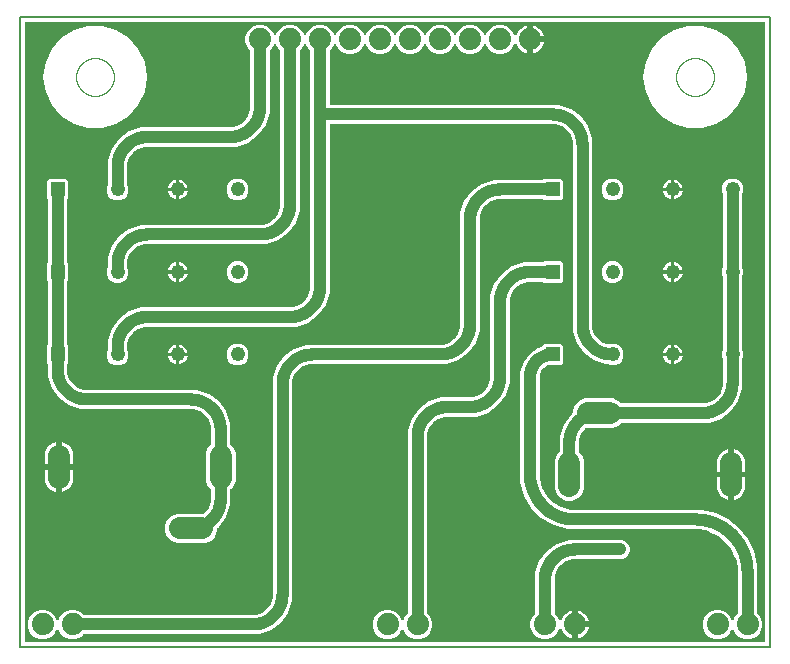
<source format=gtl>
G04 EAGLE Gerber RS-274X export*
G75*
%MOMM*%
%FSLAX34Y34*%
%LPD*%
%INTop Copper*%
%IPPOS*%
%AMOC8*
5,1,8,0,0,1.08239X$1,22.5*%
G01*
%ADD10C,0.203200*%
%ADD11C,1.879600*%
%ADD12C,1.900000*%
%ADD13R,1.209600X1.209600*%
%ADD14C,1.209600*%
%ADD15C,0.000000*%
%ADD16C,1.016000*%
%ADD17C,1.016000*%

G36*
X629784Y4080D02*
X629784Y4080D01*
X629903Y4087D01*
X629941Y4100D01*
X629982Y4105D01*
X630092Y4148D01*
X630205Y4185D01*
X630240Y4207D01*
X630277Y4222D01*
X630373Y4291D01*
X630474Y4355D01*
X630502Y4385D01*
X630535Y4408D01*
X630611Y4500D01*
X630692Y4587D01*
X630712Y4622D01*
X630737Y4653D01*
X630788Y4761D01*
X630846Y4865D01*
X630856Y4905D01*
X630873Y4941D01*
X630895Y5058D01*
X630925Y5173D01*
X630929Y5233D01*
X630933Y5253D01*
X630931Y5274D01*
X630935Y5334D01*
X630935Y528066D01*
X630920Y528184D01*
X630913Y528303D01*
X630900Y528341D01*
X630895Y528382D01*
X630852Y528492D01*
X630815Y528605D01*
X630793Y528640D01*
X630778Y528677D01*
X630709Y528773D01*
X630645Y528874D01*
X630615Y528902D01*
X630592Y528935D01*
X630500Y529011D01*
X630413Y529092D01*
X630378Y529112D01*
X630347Y529137D01*
X630239Y529188D01*
X630135Y529246D01*
X630095Y529256D01*
X630059Y529273D01*
X629942Y529295D01*
X629827Y529325D01*
X629767Y529329D01*
X629747Y529333D01*
X629726Y529331D01*
X629666Y529335D01*
X5334Y529335D01*
X5216Y529320D01*
X5097Y529313D01*
X5059Y529300D01*
X5018Y529295D01*
X4908Y529252D01*
X4795Y529215D01*
X4760Y529193D01*
X4723Y529178D01*
X4627Y529109D01*
X4526Y529045D01*
X4498Y529015D01*
X4465Y528992D01*
X4389Y528900D01*
X4308Y528813D01*
X4288Y528778D01*
X4263Y528747D01*
X4212Y528639D01*
X4154Y528535D01*
X4144Y528495D01*
X4127Y528459D01*
X4105Y528342D01*
X4075Y528227D01*
X4071Y528167D01*
X4067Y528147D01*
X4069Y528126D01*
X4065Y528066D01*
X4065Y5334D01*
X4080Y5216D01*
X4087Y5097D01*
X4100Y5059D01*
X4105Y5018D01*
X4148Y4908D01*
X4185Y4795D01*
X4207Y4760D01*
X4222Y4723D01*
X4291Y4627D01*
X4355Y4526D01*
X4385Y4498D01*
X4408Y4465D01*
X4500Y4389D01*
X4587Y4308D01*
X4622Y4288D01*
X4653Y4263D01*
X4761Y4212D01*
X4865Y4154D01*
X4905Y4144D01*
X4941Y4127D01*
X5058Y4105D01*
X5173Y4075D01*
X5233Y4071D01*
X5253Y4067D01*
X5274Y4069D01*
X5334Y4065D01*
X629666Y4065D01*
X629784Y4080D01*
G37*
%LPC*%
G36*
X80741Y238553D02*
X80741Y238553D01*
X77397Y239938D01*
X74838Y242497D01*
X73453Y245841D01*
X73453Y249459D01*
X74325Y251563D01*
X74327Y251572D01*
X74332Y251580D01*
X74369Y251725D01*
X74409Y251870D01*
X74409Y251879D01*
X74411Y251888D01*
X74421Y252049D01*
X74421Y259310D01*
X77703Y269411D01*
X83946Y278004D01*
X92539Y284247D01*
X102640Y287529D01*
X228600Y287529D01*
X228622Y287531D01*
X228700Y287533D01*
X231203Y287730D01*
X231271Y287744D01*
X231340Y287748D01*
X231495Y287788D01*
X236257Y289335D01*
X236364Y289385D01*
X236475Y289429D01*
X236526Y289462D01*
X236545Y289470D01*
X236560Y289483D01*
X236611Y289515D01*
X240661Y292458D01*
X240719Y292512D01*
X240741Y292528D01*
X240755Y292545D01*
X240839Y292615D01*
X240878Y292662D01*
X240893Y292676D01*
X240904Y292693D01*
X240942Y292739D01*
X243885Y296789D01*
X243942Y296893D01*
X244006Y296993D01*
X244028Y297050D01*
X244038Y297068D01*
X244043Y297088D01*
X244065Y297143D01*
X245612Y301905D01*
X245625Y301972D01*
X245648Y302038D01*
X245670Y302197D01*
X245867Y304700D01*
X245866Y304722D01*
X245871Y304800D01*
X245871Y504351D01*
X245859Y504449D01*
X245856Y504548D01*
X245839Y504606D01*
X245831Y504666D01*
X245795Y504758D01*
X245767Y504853D01*
X245737Y504906D01*
X245714Y504962D01*
X245656Y505042D01*
X245606Y505127D01*
X245540Y505203D01*
X245528Y505219D01*
X245518Y505227D01*
X245500Y505248D01*
X243448Y507300D01*
X242473Y509655D01*
X242404Y509775D01*
X242339Y509898D01*
X242325Y509913D01*
X242315Y509931D01*
X242218Y510031D01*
X242125Y510134D01*
X242108Y510145D01*
X242094Y510159D01*
X241975Y510232D01*
X241859Y510308D01*
X241840Y510315D01*
X241823Y510326D01*
X241690Y510367D01*
X241558Y510412D01*
X241538Y510413D01*
X241519Y510419D01*
X241380Y510426D01*
X241241Y510437D01*
X241221Y510433D01*
X241201Y510434D01*
X241065Y510406D01*
X240928Y510382D01*
X240909Y510374D01*
X240890Y510370D01*
X240764Y510309D01*
X240638Y510252D01*
X240622Y510239D01*
X240604Y510230D01*
X240498Y510140D01*
X240390Y510053D01*
X240377Y510037D01*
X240362Y510024D01*
X240282Y509910D01*
X240198Y509799D01*
X240186Y509774D01*
X240179Y509764D01*
X240172Y509745D01*
X240127Y509655D01*
X239152Y507299D01*
X237100Y505248D01*
X237040Y505170D01*
X236972Y505098D01*
X236943Y505045D01*
X236906Y504997D01*
X236866Y504906D01*
X236818Y504819D01*
X236803Y504761D01*
X236779Y504705D01*
X236764Y504607D01*
X236739Y504511D01*
X236733Y504411D01*
X236729Y504391D01*
X236731Y504379D01*
X236729Y504351D01*
X236729Y369340D01*
X233447Y359239D01*
X227204Y350646D01*
X218611Y344403D01*
X208510Y341121D01*
X107950Y341121D01*
X107928Y341119D01*
X107850Y341117D01*
X105347Y340920D01*
X105279Y340906D01*
X105210Y340902D01*
X105055Y340862D01*
X100293Y339315D01*
X100186Y339265D01*
X100075Y339221D01*
X100024Y339188D01*
X100005Y339180D01*
X99990Y339167D01*
X99939Y339135D01*
X95889Y336192D01*
X95802Y336111D01*
X95711Y336035D01*
X95672Y335988D01*
X95657Y335974D01*
X95646Y335957D01*
X95608Y335911D01*
X92665Y331861D01*
X92608Y331757D01*
X92544Y331657D01*
X92522Y331600D01*
X92512Y331582D01*
X92507Y331562D01*
X92485Y331507D01*
X90938Y326745D01*
X90925Y326678D01*
X90902Y326612D01*
X90880Y326453D01*
X90683Y323950D01*
X90684Y323928D01*
X90679Y323850D01*
X90679Y321899D01*
X90680Y321890D01*
X90679Y321880D01*
X90700Y321732D01*
X90719Y321583D01*
X90722Y321575D01*
X90723Y321565D01*
X90775Y321413D01*
X91647Y319309D01*
X91647Y315691D01*
X90262Y312347D01*
X87703Y309788D01*
X84359Y308403D01*
X80741Y308403D01*
X77397Y309788D01*
X74838Y312347D01*
X73453Y315691D01*
X73453Y319309D01*
X74325Y321413D01*
X74327Y321422D01*
X74332Y321430D01*
X74369Y321575D01*
X74409Y321720D01*
X74409Y321729D01*
X74411Y321738D01*
X74421Y321899D01*
X74421Y329160D01*
X77703Y339261D01*
X83946Y347854D01*
X92539Y354097D01*
X102640Y357379D01*
X203200Y357379D01*
X203222Y357381D01*
X203300Y357383D01*
X205803Y357580D01*
X205871Y357594D01*
X205940Y357598D01*
X206095Y357638D01*
X210857Y359185D01*
X210964Y359235D01*
X211075Y359279D01*
X211126Y359312D01*
X211145Y359320D01*
X211160Y359333D01*
X211211Y359365D01*
X215261Y362308D01*
X215348Y362389D01*
X215439Y362465D01*
X215478Y362512D01*
X215493Y362526D01*
X215504Y362543D01*
X215542Y362589D01*
X218485Y366639D01*
X218542Y366743D01*
X218606Y366843D01*
X218628Y366900D01*
X218638Y366918D01*
X218643Y366938D01*
X218665Y366993D01*
X220212Y371755D01*
X220225Y371822D01*
X220248Y371888D01*
X220270Y372047D01*
X220467Y374550D01*
X220466Y374572D01*
X220468Y374603D01*
X220469Y374605D01*
X220469Y374607D01*
X220471Y374650D01*
X220471Y504351D01*
X220459Y504449D01*
X220456Y504548D01*
X220439Y504606D01*
X220431Y504666D01*
X220395Y504758D01*
X220367Y504853D01*
X220337Y504906D01*
X220314Y504962D01*
X220256Y505042D01*
X220206Y505127D01*
X220140Y505203D01*
X220128Y505219D01*
X220118Y505227D01*
X220100Y505248D01*
X218048Y507300D01*
X217073Y509655D01*
X217004Y509775D01*
X216939Y509898D01*
X216925Y509913D01*
X216915Y509931D01*
X216818Y510031D01*
X216725Y510134D01*
X216708Y510145D01*
X216694Y510159D01*
X216575Y510232D01*
X216459Y510308D01*
X216440Y510315D01*
X216423Y510326D01*
X216290Y510367D01*
X216158Y510412D01*
X216138Y510413D01*
X216119Y510419D01*
X215980Y510426D01*
X215841Y510437D01*
X215821Y510433D01*
X215801Y510434D01*
X215665Y510406D01*
X215528Y510382D01*
X215509Y510374D01*
X215490Y510370D01*
X215364Y510309D01*
X215238Y510252D01*
X215222Y510239D01*
X215204Y510230D01*
X215098Y510140D01*
X214990Y510053D01*
X214977Y510037D01*
X214962Y510024D01*
X214882Y509910D01*
X214798Y509799D01*
X214786Y509774D01*
X214779Y509764D01*
X214772Y509745D01*
X214727Y509655D01*
X213752Y507299D01*
X211700Y505248D01*
X211640Y505170D01*
X211572Y505098D01*
X211543Y505045D01*
X211506Y504997D01*
X211466Y504906D01*
X211418Y504819D01*
X211403Y504761D01*
X211379Y504705D01*
X211364Y504607D01*
X211339Y504511D01*
X211333Y504411D01*
X211329Y504391D01*
X211331Y504379D01*
X211329Y504351D01*
X211329Y451890D01*
X208047Y441789D01*
X201804Y433196D01*
X193212Y426953D01*
X183110Y423671D01*
X107950Y423671D01*
X107928Y423669D01*
X107850Y423667D01*
X105347Y423470D01*
X105279Y423456D01*
X105210Y423452D01*
X105055Y423412D01*
X100293Y421865D01*
X100186Y421815D01*
X100075Y421771D01*
X100024Y421738D01*
X100005Y421730D01*
X99990Y421717D01*
X99939Y421685D01*
X95889Y418742D01*
X95802Y418661D01*
X95711Y418585D01*
X95672Y418538D01*
X95657Y418524D01*
X95646Y418507D01*
X95608Y418461D01*
X92665Y414411D01*
X92608Y414307D01*
X92544Y414207D01*
X92522Y414150D01*
X92512Y414132D01*
X92507Y414112D01*
X92485Y414057D01*
X90938Y409296D01*
X90925Y409228D01*
X90902Y409162D01*
X90880Y409003D01*
X90683Y406500D01*
X90683Y406498D01*
X90683Y406497D01*
X90683Y406489D01*
X90684Y406478D01*
X90679Y406400D01*
X90679Y391749D01*
X90680Y391740D01*
X90679Y391730D01*
X90700Y391582D01*
X90719Y391433D01*
X90722Y391425D01*
X90723Y391416D01*
X90775Y391263D01*
X91647Y389159D01*
X91647Y385541D01*
X90262Y382197D01*
X87703Y379638D01*
X84359Y378253D01*
X80741Y378253D01*
X77397Y379638D01*
X74838Y382197D01*
X73453Y385541D01*
X73453Y389159D01*
X74325Y391263D01*
X74327Y391272D01*
X74332Y391280D01*
X74369Y391425D01*
X74409Y391570D01*
X74409Y391579D01*
X74411Y391588D01*
X74421Y391749D01*
X74421Y411710D01*
X77703Y421811D01*
X83946Y430404D01*
X92539Y436647D01*
X102640Y439929D01*
X177800Y439929D01*
X177822Y439931D01*
X177900Y439933D01*
X180403Y440130D01*
X180471Y440144D01*
X180540Y440148D01*
X180695Y440188D01*
X185457Y441735D01*
X185564Y441785D01*
X185675Y441829D01*
X185726Y441862D01*
X185745Y441870D01*
X185760Y441883D01*
X185811Y441915D01*
X189861Y444858D01*
X189948Y444939D01*
X190039Y445015D01*
X190078Y445062D01*
X190093Y445076D01*
X190104Y445093D01*
X190142Y445139D01*
X193085Y449189D01*
X193142Y449293D01*
X193206Y449393D01*
X193228Y449450D01*
X193238Y449468D01*
X193243Y449488D01*
X193265Y449543D01*
X194812Y454304D01*
X194825Y454372D01*
X194848Y454438D01*
X194870Y454597D01*
X195067Y457100D01*
X195067Y457104D01*
X195068Y457106D01*
X195067Y457125D01*
X195071Y457200D01*
X195071Y504351D01*
X195059Y504449D01*
X195056Y504548D01*
X195039Y504606D01*
X195031Y504666D01*
X194995Y504758D01*
X194967Y504853D01*
X194937Y504906D01*
X194914Y504962D01*
X194856Y505042D01*
X194806Y505127D01*
X194740Y505203D01*
X194728Y505219D01*
X194718Y505227D01*
X194700Y505248D01*
X192648Y507300D01*
X190753Y511874D01*
X190753Y516826D01*
X192648Y521400D01*
X196150Y524902D01*
X200724Y526797D01*
X205676Y526797D01*
X210250Y524902D01*
X213752Y521401D01*
X214727Y519045D01*
X214796Y518924D01*
X214861Y518802D01*
X214875Y518787D01*
X214885Y518769D01*
X214982Y518669D01*
X215075Y518566D01*
X215092Y518555D01*
X215106Y518541D01*
X215224Y518468D01*
X215341Y518392D01*
X215360Y518385D01*
X215377Y518374D01*
X215510Y518334D01*
X215642Y518288D01*
X215662Y518287D01*
X215681Y518281D01*
X215820Y518274D01*
X215959Y518263D01*
X215979Y518267D01*
X215999Y518266D01*
X216135Y518294D01*
X216272Y518318D01*
X216291Y518326D01*
X216310Y518330D01*
X216435Y518391D01*
X216562Y518448D01*
X216578Y518461D01*
X216596Y518470D01*
X216702Y518560D01*
X216810Y518647D01*
X216823Y518663D01*
X216838Y518676D01*
X216918Y518790D01*
X217002Y518901D01*
X217014Y518926D01*
X217021Y518936D01*
X217028Y518955D01*
X217073Y519045D01*
X218048Y521400D01*
X221550Y524902D01*
X226124Y526797D01*
X231076Y526797D01*
X235650Y524902D01*
X239152Y521401D01*
X240127Y519045D01*
X240196Y518924D01*
X240261Y518802D01*
X240275Y518787D01*
X240285Y518769D01*
X240382Y518669D01*
X240475Y518566D01*
X240492Y518555D01*
X240506Y518541D01*
X240624Y518468D01*
X240741Y518392D01*
X240760Y518385D01*
X240777Y518374D01*
X240910Y518334D01*
X241042Y518288D01*
X241062Y518287D01*
X241081Y518281D01*
X241220Y518274D01*
X241359Y518263D01*
X241379Y518267D01*
X241399Y518266D01*
X241535Y518294D01*
X241672Y518318D01*
X241691Y518326D01*
X241710Y518330D01*
X241835Y518391D01*
X241962Y518448D01*
X241978Y518461D01*
X241996Y518470D01*
X242102Y518560D01*
X242210Y518647D01*
X242223Y518663D01*
X242238Y518676D01*
X242318Y518790D01*
X242402Y518901D01*
X242414Y518926D01*
X242421Y518936D01*
X242428Y518955D01*
X242473Y519045D01*
X243448Y521400D01*
X246950Y524902D01*
X251524Y526797D01*
X256476Y526797D01*
X261050Y524902D01*
X264552Y521401D01*
X265527Y519045D01*
X265596Y518924D01*
X265661Y518802D01*
X265675Y518787D01*
X265685Y518769D01*
X265782Y518669D01*
X265875Y518566D01*
X265892Y518555D01*
X265906Y518541D01*
X266024Y518468D01*
X266141Y518392D01*
X266160Y518385D01*
X266177Y518374D01*
X266310Y518334D01*
X266442Y518288D01*
X266462Y518287D01*
X266481Y518281D01*
X266620Y518274D01*
X266759Y518263D01*
X266779Y518267D01*
X266799Y518266D01*
X266935Y518294D01*
X267072Y518318D01*
X267091Y518326D01*
X267110Y518330D01*
X267235Y518391D01*
X267362Y518448D01*
X267378Y518461D01*
X267396Y518470D01*
X267502Y518560D01*
X267610Y518647D01*
X267623Y518663D01*
X267638Y518676D01*
X267718Y518790D01*
X267802Y518901D01*
X267814Y518926D01*
X267821Y518936D01*
X267828Y518955D01*
X267873Y519045D01*
X268848Y521400D01*
X272350Y524902D01*
X276924Y526797D01*
X281876Y526797D01*
X286450Y524902D01*
X289952Y521401D01*
X290927Y519045D01*
X290996Y518924D01*
X291061Y518802D01*
X291075Y518787D01*
X291085Y518769D01*
X291182Y518669D01*
X291275Y518566D01*
X291292Y518555D01*
X291306Y518541D01*
X291424Y518468D01*
X291541Y518392D01*
X291560Y518385D01*
X291577Y518374D01*
X291710Y518334D01*
X291842Y518288D01*
X291862Y518287D01*
X291881Y518281D01*
X292020Y518274D01*
X292159Y518263D01*
X292179Y518267D01*
X292199Y518266D01*
X292335Y518294D01*
X292472Y518318D01*
X292491Y518326D01*
X292510Y518330D01*
X292635Y518391D01*
X292762Y518448D01*
X292778Y518461D01*
X292796Y518470D01*
X292902Y518560D01*
X293010Y518647D01*
X293023Y518663D01*
X293038Y518676D01*
X293118Y518790D01*
X293202Y518901D01*
X293214Y518926D01*
X293221Y518936D01*
X293228Y518955D01*
X293273Y519045D01*
X294248Y521400D01*
X297750Y524902D01*
X302324Y526797D01*
X307276Y526797D01*
X311850Y524902D01*
X315352Y521401D01*
X316327Y519045D01*
X316396Y518924D01*
X316461Y518802D01*
X316475Y518787D01*
X316485Y518769D01*
X316582Y518669D01*
X316675Y518566D01*
X316692Y518555D01*
X316706Y518541D01*
X316824Y518468D01*
X316941Y518392D01*
X316960Y518385D01*
X316977Y518374D01*
X317110Y518334D01*
X317242Y518288D01*
X317262Y518287D01*
X317281Y518281D01*
X317420Y518274D01*
X317559Y518263D01*
X317579Y518267D01*
X317599Y518266D01*
X317735Y518294D01*
X317872Y518318D01*
X317891Y518326D01*
X317910Y518330D01*
X318035Y518391D01*
X318162Y518448D01*
X318178Y518461D01*
X318196Y518470D01*
X318302Y518560D01*
X318410Y518647D01*
X318423Y518663D01*
X318438Y518676D01*
X318518Y518790D01*
X318602Y518901D01*
X318614Y518926D01*
X318621Y518936D01*
X318628Y518955D01*
X318673Y519045D01*
X319648Y521400D01*
X323150Y524902D01*
X327724Y526797D01*
X332676Y526797D01*
X337250Y524902D01*
X340752Y521401D01*
X341727Y519045D01*
X341796Y518924D01*
X341861Y518802D01*
X341875Y518787D01*
X341885Y518769D01*
X341982Y518669D01*
X342075Y518566D01*
X342092Y518555D01*
X342106Y518541D01*
X342224Y518468D01*
X342341Y518392D01*
X342360Y518385D01*
X342377Y518374D01*
X342510Y518334D01*
X342642Y518288D01*
X342662Y518287D01*
X342681Y518281D01*
X342820Y518274D01*
X342959Y518263D01*
X342979Y518267D01*
X342999Y518266D01*
X343135Y518294D01*
X343272Y518318D01*
X343291Y518326D01*
X343310Y518330D01*
X343435Y518391D01*
X343562Y518448D01*
X343578Y518461D01*
X343596Y518470D01*
X343702Y518560D01*
X343810Y518647D01*
X343823Y518663D01*
X343838Y518676D01*
X343918Y518790D01*
X344002Y518901D01*
X344014Y518926D01*
X344021Y518936D01*
X344028Y518955D01*
X344073Y519045D01*
X345048Y521400D01*
X348550Y524902D01*
X353124Y526797D01*
X358076Y526797D01*
X362650Y524902D01*
X366152Y521401D01*
X367127Y519045D01*
X367196Y518924D01*
X367261Y518802D01*
X367275Y518787D01*
X367285Y518769D01*
X367382Y518669D01*
X367475Y518566D01*
X367492Y518555D01*
X367506Y518541D01*
X367624Y518468D01*
X367741Y518392D01*
X367760Y518385D01*
X367777Y518374D01*
X367910Y518334D01*
X368042Y518288D01*
X368062Y518287D01*
X368081Y518281D01*
X368220Y518274D01*
X368359Y518263D01*
X368379Y518267D01*
X368399Y518266D01*
X368535Y518294D01*
X368672Y518318D01*
X368691Y518326D01*
X368710Y518330D01*
X368835Y518391D01*
X368962Y518448D01*
X368978Y518461D01*
X368996Y518470D01*
X369102Y518560D01*
X369210Y518647D01*
X369223Y518663D01*
X369238Y518676D01*
X369318Y518790D01*
X369402Y518901D01*
X369414Y518926D01*
X369421Y518936D01*
X369428Y518955D01*
X369473Y519045D01*
X370448Y521400D01*
X373950Y524902D01*
X378524Y526797D01*
X383476Y526797D01*
X388050Y524902D01*
X391552Y521401D01*
X392527Y519045D01*
X392596Y518924D01*
X392661Y518802D01*
X392675Y518787D01*
X392685Y518769D01*
X392782Y518669D01*
X392875Y518566D01*
X392892Y518555D01*
X392906Y518541D01*
X393024Y518468D01*
X393141Y518392D01*
X393160Y518385D01*
X393177Y518374D01*
X393310Y518334D01*
X393442Y518288D01*
X393462Y518287D01*
X393481Y518281D01*
X393620Y518274D01*
X393759Y518263D01*
X393779Y518267D01*
X393799Y518266D01*
X393935Y518294D01*
X394072Y518318D01*
X394091Y518326D01*
X394110Y518330D01*
X394235Y518391D01*
X394362Y518448D01*
X394378Y518461D01*
X394396Y518470D01*
X394502Y518560D01*
X394610Y518647D01*
X394623Y518663D01*
X394638Y518676D01*
X394718Y518790D01*
X394802Y518901D01*
X394814Y518926D01*
X394821Y518936D01*
X394828Y518955D01*
X394873Y519045D01*
X395848Y521400D01*
X399350Y524902D01*
X403924Y526797D01*
X408876Y526797D01*
X413450Y524902D01*
X416952Y521400D01*
X418205Y518375D01*
X418220Y518349D01*
X418229Y518320D01*
X418299Y518211D01*
X418363Y518098D01*
X418384Y518077D01*
X418400Y518052D01*
X418494Y517963D01*
X418584Y517870D01*
X418610Y517854D01*
X418631Y517834D01*
X418745Y517771D01*
X418855Y517704D01*
X418884Y517695D01*
X418910Y517681D01*
X419035Y517648D01*
X419159Y517610D01*
X419189Y517609D01*
X419218Y517601D01*
X419348Y517601D01*
X419477Y517595D01*
X419506Y517601D01*
X419536Y517601D01*
X419661Y517633D01*
X419788Y517659D01*
X419815Y517672D01*
X419844Y517680D01*
X419957Y517742D01*
X420074Y517799D01*
X420097Y517818D01*
X420123Y517833D01*
X420217Y517921D01*
X420316Y518005D01*
X420333Y518030D01*
X420355Y518050D01*
X420424Y518159D01*
X420499Y518265D01*
X420510Y518293D01*
X420526Y518319D01*
X420585Y518468D01*
X420736Y518933D01*
X421589Y520607D01*
X422694Y522128D01*
X424022Y523456D01*
X425543Y524561D01*
X427217Y525414D01*
X429004Y525995D01*
X429261Y526035D01*
X429261Y515620D01*
X429276Y515502D01*
X429283Y515383D01*
X429296Y515345D01*
X429301Y515305D01*
X429344Y515194D01*
X429381Y515081D01*
X429403Y515047D01*
X429418Y515009D01*
X429488Y514913D01*
X429551Y514812D01*
X429581Y514784D01*
X429604Y514752D01*
X429696Y514676D01*
X429783Y514594D01*
X429818Y514575D01*
X429849Y514549D01*
X429957Y514498D01*
X430061Y514441D01*
X430101Y514430D01*
X430137Y514413D01*
X430254Y514391D01*
X430369Y514361D01*
X430430Y514357D01*
X430450Y514353D01*
X430470Y514355D01*
X430530Y514351D01*
X431801Y514351D01*
X431801Y514349D01*
X430530Y514349D01*
X430412Y514334D01*
X430293Y514327D01*
X430255Y514314D01*
X430214Y514309D01*
X430104Y514265D01*
X429991Y514229D01*
X429956Y514207D01*
X429919Y514192D01*
X429823Y514122D01*
X429722Y514059D01*
X429694Y514029D01*
X429661Y514005D01*
X429586Y513914D01*
X429504Y513827D01*
X429484Y513792D01*
X429459Y513760D01*
X429408Y513653D01*
X429350Y513548D01*
X429340Y513509D01*
X429323Y513473D01*
X429301Y513356D01*
X429271Y513241D01*
X429267Y513180D01*
X429263Y513160D01*
X429265Y513140D01*
X429261Y513080D01*
X429261Y502665D01*
X429004Y502705D01*
X427217Y503286D01*
X425543Y504139D01*
X424022Y505244D01*
X422694Y506572D01*
X421589Y508093D01*
X420736Y509767D01*
X420585Y510232D01*
X420572Y510259D01*
X420565Y510288D01*
X420505Y510402D01*
X420450Y510520D01*
X420431Y510543D01*
X420417Y510569D01*
X420330Y510665D01*
X420247Y510765D01*
X420223Y510782D01*
X420203Y510804D01*
X420094Y510876D01*
X419990Y510952D01*
X419962Y510963D01*
X419937Y510979D01*
X419814Y511021D01*
X419694Y511069D01*
X419664Y511073D01*
X419636Y511082D01*
X419507Y511093D01*
X419379Y511109D01*
X419349Y511105D01*
X419319Y511108D01*
X419191Y511085D01*
X419063Y511069D01*
X419035Y511058D01*
X419006Y511053D01*
X418888Y511000D01*
X418767Y510952D01*
X418743Y510935D01*
X418716Y510923D01*
X418615Y510842D01*
X418510Y510766D01*
X418491Y510743D01*
X418467Y510724D01*
X418389Y510620D01*
X418307Y510521D01*
X418294Y510494D01*
X418276Y510470D01*
X418205Y510325D01*
X416952Y507300D01*
X413450Y503798D01*
X408876Y501903D01*
X403924Y501903D01*
X399350Y503798D01*
X395848Y507300D01*
X394873Y509655D01*
X394804Y509775D01*
X394739Y509898D01*
X394725Y509913D01*
X394715Y509931D01*
X394618Y510031D01*
X394525Y510134D01*
X394508Y510145D01*
X394494Y510159D01*
X394375Y510232D01*
X394259Y510308D01*
X394240Y510315D01*
X394223Y510326D01*
X394090Y510367D01*
X393958Y510412D01*
X393938Y510413D01*
X393919Y510419D01*
X393780Y510426D01*
X393641Y510437D01*
X393621Y510433D01*
X393601Y510434D01*
X393465Y510406D01*
X393328Y510382D01*
X393309Y510374D01*
X393290Y510370D01*
X393164Y510309D01*
X393038Y510252D01*
X393022Y510239D01*
X393004Y510230D01*
X392898Y510140D01*
X392790Y510053D01*
X392777Y510037D01*
X392762Y510024D01*
X392682Y509910D01*
X392598Y509799D01*
X392586Y509774D01*
X392579Y509764D01*
X392572Y509745D01*
X392527Y509655D01*
X391552Y507299D01*
X388050Y503798D01*
X383476Y501903D01*
X378524Y501903D01*
X373950Y503798D01*
X370448Y507300D01*
X369473Y509655D01*
X369404Y509775D01*
X369339Y509898D01*
X369325Y509913D01*
X369315Y509931D01*
X369218Y510031D01*
X369125Y510134D01*
X369108Y510145D01*
X369094Y510159D01*
X368975Y510232D01*
X368859Y510308D01*
X368840Y510315D01*
X368823Y510326D01*
X368690Y510367D01*
X368558Y510412D01*
X368538Y510413D01*
X368519Y510419D01*
X368380Y510426D01*
X368241Y510437D01*
X368221Y510433D01*
X368201Y510434D01*
X368065Y510406D01*
X367928Y510382D01*
X367909Y510374D01*
X367890Y510370D01*
X367764Y510309D01*
X367638Y510252D01*
X367622Y510239D01*
X367604Y510230D01*
X367498Y510140D01*
X367390Y510053D01*
X367377Y510037D01*
X367362Y510024D01*
X367282Y509910D01*
X367198Y509799D01*
X367186Y509774D01*
X367179Y509764D01*
X367172Y509745D01*
X367127Y509655D01*
X366152Y507299D01*
X362650Y503798D01*
X358076Y501903D01*
X353124Y501903D01*
X348550Y503798D01*
X345048Y507300D01*
X344073Y509655D01*
X344004Y509775D01*
X343939Y509898D01*
X343925Y509913D01*
X343915Y509931D01*
X343818Y510031D01*
X343725Y510134D01*
X343708Y510145D01*
X343694Y510159D01*
X343575Y510232D01*
X343459Y510308D01*
X343440Y510315D01*
X343423Y510326D01*
X343290Y510367D01*
X343158Y510412D01*
X343138Y510413D01*
X343119Y510419D01*
X342980Y510426D01*
X342841Y510437D01*
X342821Y510433D01*
X342801Y510434D01*
X342665Y510406D01*
X342528Y510382D01*
X342509Y510374D01*
X342490Y510370D01*
X342364Y510309D01*
X342238Y510252D01*
X342222Y510239D01*
X342204Y510230D01*
X342098Y510140D01*
X341990Y510053D01*
X341977Y510037D01*
X341962Y510024D01*
X341882Y509910D01*
X341798Y509799D01*
X341786Y509774D01*
X341779Y509764D01*
X341772Y509745D01*
X341727Y509655D01*
X340752Y507299D01*
X337250Y503798D01*
X332676Y501903D01*
X327724Y501903D01*
X323150Y503798D01*
X319648Y507300D01*
X318673Y509655D01*
X318604Y509775D01*
X318539Y509898D01*
X318525Y509913D01*
X318515Y509931D01*
X318418Y510031D01*
X318325Y510134D01*
X318308Y510145D01*
X318294Y510159D01*
X318175Y510232D01*
X318059Y510308D01*
X318040Y510315D01*
X318023Y510326D01*
X317890Y510367D01*
X317758Y510412D01*
X317738Y510413D01*
X317719Y510419D01*
X317580Y510426D01*
X317441Y510437D01*
X317421Y510433D01*
X317401Y510434D01*
X317265Y510406D01*
X317128Y510382D01*
X317109Y510374D01*
X317090Y510370D01*
X316964Y510309D01*
X316838Y510252D01*
X316822Y510239D01*
X316804Y510230D01*
X316698Y510140D01*
X316590Y510053D01*
X316577Y510037D01*
X316562Y510024D01*
X316482Y509910D01*
X316398Y509799D01*
X316386Y509774D01*
X316379Y509764D01*
X316372Y509745D01*
X316327Y509655D01*
X315352Y507299D01*
X311850Y503798D01*
X307276Y501903D01*
X302324Y501903D01*
X297750Y503798D01*
X294248Y507300D01*
X293273Y509655D01*
X293204Y509775D01*
X293139Y509898D01*
X293125Y509913D01*
X293115Y509931D01*
X293018Y510031D01*
X292925Y510134D01*
X292908Y510145D01*
X292894Y510159D01*
X292775Y510232D01*
X292659Y510308D01*
X292640Y510315D01*
X292623Y510326D01*
X292490Y510367D01*
X292358Y510412D01*
X292338Y510413D01*
X292319Y510419D01*
X292180Y510426D01*
X292041Y510437D01*
X292021Y510433D01*
X292001Y510434D01*
X291865Y510406D01*
X291728Y510382D01*
X291709Y510374D01*
X291690Y510370D01*
X291564Y510309D01*
X291438Y510252D01*
X291422Y510239D01*
X291404Y510230D01*
X291298Y510140D01*
X291190Y510053D01*
X291177Y510037D01*
X291162Y510024D01*
X291082Y509910D01*
X290998Y509799D01*
X290986Y509774D01*
X290979Y509764D01*
X290972Y509745D01*
X290927Y509655D01*
X289952Y507299D01*
X286450Y503798D01*
X281876Y501903D01*
X276924Y501903D01*
X272350Y503798D01*
X268848Y507300D01*
X267873Y509655D01*
X267804Y509775D01*
X267739Y509898D01*
X267725Y509913D01*
X267715Y509931D01*
X267618Y510031D01*
X267525Y510134D01*
X267508Y510145D01*
X267494Y510159D01*
X267375Y510232D01*
X267259Y510308D01*
X267240Y510315D01*
X267223Y510326D01*
X267090Y510367D01*
X266958Y510412D01*
X266938Y510413D01*
X266919Y510419D01*
X266780Y510426D01*
X266641Y510437D01*
X266621Y510433D01*
X266601Y510434D01*
X266465Y510406D01*
X266328Y510382D01*
X266309Y510374D01*
X266290Y510370D01*
X266164Y510309D01*
X266038Y510252D01*
X266022Y510239D01*
X266004Y510230D01*
X265898Y510140D01*
X265790Y510053D01*
X265777Y510037D01*
X265762Y510024D01*
X265682Y509910D01*
X265598Y509799D01*
X265586Y509774D01*
X265579Y509764D01*
X265572Y509745D01*
X265527Y509655D01*
X264552Y507299D01*
X262500Y505248D01*
X262440Y505170D01*
X262372Y505098D01*
X262343Y505045D01*
X262306Y504997D01*
X262266Y504906D01*
X262218Y504819D01*
X262203Y504761D01*
X262179Y504705D01*
X262164Y504607D01*
X262139Y504511D01*
X262133Y504411D01*
X262129Y504391D01*
X262131Y504379D01*
X262129Y504351D01*
X262129Y460248D01*
X262144Y460130D01*
X262151Y460011D01*
X262164Y459973D01*
X262169Y459932D01*
X262212Y459822D01*
X262249Y459709D01*
X262271Y459674D01*
X262286Y459637D01*
X262355Y459541D01*
X262419Y459440D01*
X262449Y459412D01*
X262472Y459379D01*
X262564Y459303D01*
X262651Y459222D01*
X262686Y459202D01*
X262717Y459177D01*
X262825Y459126D01*
X262929Y459068D01*
X262969Y459058D01*
X263005Y459041D01*
X263122Y459019D01*
X263237Y458989D01*
X263297Y458985D01*
X263317Y458981D01*
X263338Y458983D01*
X263398Y458979D01*
X456160Y458979D01*
X466261Y455697D01*
X474854Y449454D01*
X481097Y440861D01*
X484379Y430760D01*
X484379Y273050D01*
X484381Y273028D01*
X484383Y272950D01*
X484580Y270447D01*
X484592Y270386D01*
X484593Y270370D01*
X484594Y270367D01*
X484598Y270310D01*
X484638Y270154D01*
X486185Y265393D01*
X486235Y265286D01*
X486279Y265175D01*
X486312Y265124D01*
X486320Y265105D01*
X486333Y265090D01*
X486365Y265039D01*
X489308Y260989D01*
X489363Y260930D01*
X489373Y260914D01*
X489401Y260889D01*
X489465Y260811D01*
X489512Y260772D01*
X489526Y260757D01*
X489543Y260746D01*
X489589Y260708D01*
X493639Y257765D01*
X493743Y257708D01*
X493843Y257644D01*
X493900Y257622D01*
X493918Y257612D01*
X493938Y257607D01*
X493993Y257585D01*
X497959Y256296D01*
X498007Y256287D01*
X498053Y256270D01*
X498163Y256257D01*
X498271Y256237D01*
X498320Y256240D01*
X498369Y256234D01*
X498479Y256250D01*
X498589Y256257D01*
X498635Y256272D01*
X498684Y256279D01*
X498837Y256331D01*
X499841Y256747D01*
X503459Y256747D01*
X506803Y255362D01*
X509362Y252803D01*
X510747Y249459D01*
X510747Y245841D01*
X509362Y242497D01*
X506803Y239938D01*
X503459Y238553D01*
X499841Y238553D01*
X497737Y239425D01*
X497728Y239427D01*
X497720Y239432D01*
X497575Y239469D01*
X497430Y239509D01*
X497421Y239509D01*
X497412Y239511D01*
X497251Y239521D01*
X496340Y239521D01*
X486238Y242803D01*
X477646Y249046D01*
X471403Y257639D01*
X468121Y267740D01*
X468121Y425450D01*
X468119Y425472D01*
X468117Y425550D01*
X467920Y428053D01*
X467906Y428121D01*
X467902Y428190D01*
X467862Y428345D01*
X466315Y433107D01*
X466265Y433214D01*
X466221Y433325D01*
X466188Y433376D01*
X466180Y433395D01*
X466167Y433410D01*
X466135Y433461D01*
X463192Y437511D01*
X463111Y437598D01*
X463035Y437689D01*
X462988Y437728D01*
X462974Y437743D01*
X462957Y437754D01*
X462911Y437792D01*
X458861Y440735D01*
X458757Y440792D01*
X458657Y440856D01*
X458600Y440878D01*
X458582Y440888D01*
X458562Y440893D01*
X458507Y440915D01*
X453745Y442462D01*
X453678Y442475D01*
X453612Y442498D01*
X453453Y442520D01*
X450950Y442717D01*
X450928Y442716D01*
X450850Y442721D01*
X263398Y442721D01*
X263280Y442706D01*
X263161Y442699D01*
X263123Y442686D01*
X263082Y442681D01*
X262972Y442638D01*
X262859Y442601D01*
X262824Y442579D01*
X262787Y442564D01*
X262691Y442495D01*
X262590Y442431D01*
X262562Y442401D01*
X262529Y442378D01*
X262453Y442286D01*
X262372Y442199D01*
X262352Y442164D01*
X262327Y442133D01*
X262276Y442025D01*
X262218Y441921D01*
X262208Y441881D01*
X262191Y441845D01*
X262169Y441728D01*
X262139Y441613D01*
X262135Y441553D01*
X262131Y441533D01*
X262133Y441512D01*
X262129Y441452D01*
X262129Y299490D01*
X258847Y289389D01*
X252604Y280796D01*
X244011Y274553D01*
X233910Y271271D01*
X107950Y271271D01*
X107928Y271269D01*
X107850Y271267D01*
X105347Y271070D01*
X105279Y271056D01*
X105210Y271052D01*
X105055Y271012D01*
X100293Y269465D01*
X100186Y269415D01*
X100075Y269371D01*
X100024Y269338D01*
X100005Y269330D01*
X99990Y269317D01*
X99939Y269285D01*
X95889Y266342D01*
X95802Y266261D01*
X95711Y266185D01*
X95672Y266138D01*
X95657Y266124D01*
X95646Y266107D01*
X95608Y266061D01*
X92665Y262011D01*
X92608Y261907D01*
X92544Y261807D01*
X92522Y261750D01*
X92512Y261732D01*
X92507Y261712D01*
X92485Y261657D01*
X90938Y256895D01*
X90925Y256828D01*
X90902Y256762D01*
X90880Y256603D01*
X90683Y254100D01*
X90684Y254078D01*
X90679Y254000D01*
X90679Y252049D01*
X90680Y252040D01*
X90679Y252030D01*
X90700Y251882D01*
X90719Y251733D01*
X90722Y251725D01*
X90723Y251715D01*
X90775Y251563D01*
X91647Y249459D01*
X91647Y245841D01*
X90262Y242497D01*
X87703Y239938D01*
X84359Y238553D01*
X80741Y238553D01*
G37*
%LPD*%
%LPC*%
G36*
X16574Y6603D02*
X16574Y6603D01*
X12000Y8498D01*
X8498Y12000D01*
X6603Y16574D01*
X6603Y21526D01*
X8498Y26100D01*
X12000Y29602D01*
X16574Y31497D01*
X21526Y31497D01*
X26100Y29602D01*
X29602Y26101D01*
X30577Y23745D01*
X30646Y23624D01*
X30711Y23502D01*
X30725Y23487D01*
X30735Y23469D01*
X30832Y23369D01*
X30925Y23266D01*
X30942Y23255D01*
X30956Y23241D01*
X31074Y23168D01*
X31191Y23092D01*
X31210Y23085D01*
X31227Y23074D01*
X31360Y23034D01*
X31492Y22988D01*
X31512Y22987D01*
X31531Y22981D01*
X31670Y22974D01*
X31809Y22963D01*
X31829Y22967D01*
X31849Y22966D01*
X31985Y22994D01*
X32122Y23018D01*
X32141Y23026D01*
X32160Y23030D01*
X32285Y23091D01*
X32412Y23148D01*
X32428Y23161D01*
X32446Y23170D01*
X32552Y23260D01*
X32660Y23347D01*
X32673Y23363D01*
X32688Y23376D01*
X32768Y23490D01*
X32852Y23601D01*
X32864Y23626D01*
X32871Y23636D01*
X32878Y23655D01*
X32923Y23745D01*
X33898Y26100D01*
X37400Y29602D01*
X41974Y31497D01*
X46926Y31497D01*
X51500Y29602D01*
X53552Y27550D01*
X53630Y27490D01*
X53702Y27422D01*
X53755Y27393D01*
X53803Y27356D01*
X53894Y27316D01*
X53981Y27268D01*
X54039Y27253D01*
X54095Y27229D01*
X54193Y27214D01*
X54289Y27189D01*
X54389Y27183D01*
X54409Y27179D01*
X54421Y27181D01*
X54449Y27179D01*
X196850Y27179D01*
X196872Y27181D01*
X196950Y27183D01*
X199453Y27380D01*
X199521Y27394D01*
X199590Y27398D01*
X199745Y27438D01*
X204507Y28985D01*
X204614Y29035D01*
X204725Y29079D01*
X204776Y29112D01*
X204795Y29120D01*
X204810Y29133D01*
X204861Y29165D01*
X208911Y32108D01*
X208998Y32189D01*
X209089Y32265D01*
X209128Y32312D01*
X209143Y32326D01*
X209154Y32343D01*
X209192Y32389D01*
X212135Y36439D01*
X212154Y36474D01*
X212179Y36505D01*
X212213Y36577D01*
X212256Y36643D01*
X212278Y36700D01*
X212288Y36718D01*
X212293Y36737D01*
X212315Y36792D01*
X212315Y36793D01*
X213862Y41554D01*
X213875Y41622D01*
X213898Y41688D01*
X213920Y41847D01*
X214117Y44350D01*
X214116Y44372D01*
X214121Y44450D01*
X214121Y227560D01*
X217403Y237661D01*
X223646Y246254D01*
X232239Y252497D01*
X242340Y255779D01*
X355600Y255779D01*
X355622Y255781D01*
X355700Y255783D01*
X358203Y255980D01*
X358271Y255994D01*
X358340Y255998D01*
X358495Y256038D01*
X363257Y257585D01*
X363364Y257635D01*
X363475Y257679D01*
X363526Y257712D01*
X363545Y257720D01*
X363560Y257733D01*
X363611Y257765D01*
X367661Y260708D01*
X367719Y260762D01*
X367767Y260797D01*
X367787Y260822D01*
X367839Y260865D01*
X367878Y260912D01*
X367893Y260926D01*
X367904Y260943D01*
X367942Y260989D01*
X370885Y265039D01*
X370942Y265143D01*
X371006Y265243D01*
X371028Y265300D01*
X371038Y265318D01*
X371043Y265338D01*
X371065Y265393D01*
X372612Y270155D01*
X372625Y270222D01*
X372648Y270288D01*
X372670Y270447D01*
X372867Y272950D01*
X372866Y272972D01*
X372871Y273050D01*
X372871Y367260D01*
X376153Y377361D01*
X382396Y385954D01*
X390989Y392197D01*
X401090Y395479D01*
X442045Y395479D01*
X442144Y395491D01*
X442243Y395494D01*
X442301Y395511D01*
X442361Y395519D01*
X442453Y395555D01*
X442548Y395583D01*
X442600Y395613D01*
X442657Y395636D01*
X442737Y395694D01*
X442822Y395744D01*
X442897Y395810D01*
X442914Y395822D01*
X442922Y395832D01*
X442943Y395851D01*
X443539Y396447D01*
X458161Y396447D01*
X459947Y394661D01*
X459947Y380039D01*
X458161Y378253D01*
X443539Y378253D01*
X442943Y378849D01*
X442865Y378910D01*
X442793Y378978D01*
X442739Y379007D01*
X442692Y379044D01*
X442601Y379084D01*
X442514Y379132D01*
X442455Y379147D01*
X442400Y379171D01*
X442302Y379186D01*
X442206Y379211D01*
X442106Y379217D01*
X442086Y379221D01*
X442073Y379219D01*
X442045Y379221D01*
X406400Y379221D01*
X406378Y379219D01*
X406300Y379217D01*
X403797Y379020D01*
X403729Y379006D01*
X403660Y379002D01*
X403505Y378962D01*
X398743Y377415D01*
X398636Y377365D01*
X398525Y377321D01*
X398474Y377288D01*
X398455Y377280D01*
X398440Y377267D01*
X398389Y377235D01*
X394339Y374292D01*
X394252Y374211D01*
X394161Y374135D01*
X394122Y374088D01*
X394107Y374074D01*
X394096Y374057D01*
X394058Y374011D01*
X391115Y369961D01*
X391058Y369857D01*
X390994Y369757D01*
X390972Y369700D01*
X390962Y369682D01*
X390957Y369662D01*
X390935Y369607D01*
X389388Y364845D01*
X389375Y364778D01*
X389352Y364712D01*
X389330Y364553D01*
X389133Y362050D01*
X389134Y362028D01*
X389129Y361950D01*
X389129Y267740D01*
X385847Y257639D01*
X379604Y249046D01*
X371011Y242803D01*
X360910Y239521D01*
X247650Y239521D01*
X247628Y239519D01*
X247550Y239517D01*
X245047Y239320D01*
X244979Y239306D01*
X244910Y239302D01*
X244755Y239262D01*
X239993Y237715D01*
X239886Y237665D01*
X239775Y237621D01*
X239724Y237588D01*
X239705Y237580D01*
X239690Y237567D01*
X239639Y237535D01*
X235589Y234592D01*
X235502Y234511D01*
X235411Y234435D01*
X235372Y234388D01*
X235357Y234374D01*
X235346Y234357D01*
X235308Y234311D01*
X232365Y230261D01*
X232308Y230157D01*
X232244Y230057D01*
X232222Y230000D01*
X232212Y229982D01*
X232207Y229962D01*
X232185Y229907D01*
X230638Y225146D01*
X230625Y225078D01*
X230602Y225012D01*
X230580Y224853D01*
X230383Y222350D01*
X230384Y222328D01*
X230379Y222250D01*
X230379Y39140D01*
X227097Y29039D01*
X220854Y20446D01*
X212261Y14203D01*
X202160Y10921D01*
X54449Y10921D01*
X54351Y10909D01*
X54252Y10906D01*
X54194Y10889D01*
X54134Y10881D01*
X54042Y10845D01*
X53947Y10817D01*
X53894Y10787D01*
X53838Y10764D01*
X53758Y10706D01*
X53673Y10656D01*
X53597Y10590D01*
X53581Y10578D01*
X53573Y10568D01*
X53552Y10550D01*
X51500Y8498D01*
X46926Y6603D01*
X41974Y6603D01*
X37400Y8498D01*
X33898Y12000D01*
X32923Y14355D01*
X32854Y14475D01*
X32789Y14598D01*
X32775Y14613D01*
X32765Y14631D01*
X32668Y14731D01*
X32575Y14834D01*
X32558Y14845D01*
X32544Y14859D01*
X32425Y14932D01*
X32309Y15008D01*
X32290Y15015D01*
X32273Y15026D01*
X32140Y15067D01*
X32008Y15112D01*
X31988Y15113D01*
X31969Y15119D01*
X31830Y15126D01*
X31691Y15137D01*
X31671Y15133D01*
X31651Y15134D01*
X31515Y15106D01*
X31378Y15082D01*
X31359Y15074D01*
X31340Y15070D01*
X31214Y15009D01*
X31088Y14952D01*
X31072Y14939D01*
X31054Y14930D01*
X30948Y14840D01*
X30840Y14753D01*
X30827Y14737D01*
X30812Y14724D01*
X30732Y14610D01*
X30648Y14499D01*
X30636Y14474D01*
X30629Y14464D01*
X30622Y14445D01*
X30577Y14355D01*
X29602Y11999D01*
X26100Y8498D01*
X21526Y6603D01*
X16574Y6603D01*
G37*
%LPD*%
%LPC*%
G36*
X132904Y87851D02*
X132904Y87851D01*
X128292Y89762D01*
X124762Y93292D01*
X122851Y97904D01*
X122851Y102896D01*
X124762Y107508D01*
X128292Y111038D01*
X132904Y112949D01*
X155726Y112949D01*
X155879Y112968D01*
X156041Y112988D01*
X156041Y112989D01*
X156042Y112989D01*
X156181Y113044D01*
X156336Y113105D01*
X156337Y113105D01*
X156337Y113106D01*
X156338Y113106D01*
X156472Y113191D01*
X156678Y113341D01*
X156765Y113422D01*
X156856Y113498D01*
X156895Y113545D01*
X156910Y113559D01*
X156921Y113576D01*
X156959Y113622D01*
X159828Y117571D01*
X159844Y117598D01*
X159859Y117617D01*
X159888Y117678D01*
X159949Y117775D01*
X159972Y117831D01*
X159982Y117849D01*
X159987Y117869D01*
X160009Y117925D01*
X161517Y122567D01*
X161530Y122635D01*
X161552Y122700D01*
X161575Y122860D01*
X161767Y125300D01*
X161766Y125322D01*
X161771Y125400D01*
X161771Y132756D01*
X161759Y132855D01*
X161756Y132954D01*
X161739Y133012D01*
X161731Y133072D01*
X161695Y133164D01*
X161667Y133259D01*
X161637Y133311D01*
X161614Y133368D01*
X161556Y133448D01*
X161506Y133533D01*
X161440Y133608D01*
X161428Y133625D01*
X161418Y133633D01*
X161400Y133654D01*
X159262Y135792D01*
X157351Y140404D01*
X157351Y164396D01*
X159262Y169008D01*
X161400Y171146D01*
X161460Y171224D01*
X161528Y171296D01*
X161557Y171349D01*
X161594Y171397D01*
X161634Y171488D01*
X161682Y171575D01*
X161697Y171634D01*
X161721Y171689D01*
X161736Y171787D01*
X161761Y171883D01*
X161767Y171983D01*
X161771Y172003D01*
X161769Y172016D01*
X161771Y172044D01*
X161771Y184150D01*
X161769Y184172D01*
X161767Y184250D01*
X161570Y186753D01*
X161556Y186821D01*
X161552Y186890D01*
X161512Y187045D01*
X159965Y191807D01*
X159915Y191914D01*
X159871Y192025D01*
X159838Y192076D01*
X159830Y192095D01*
X159817Y192110D01*
X159785Y192161D01*
X156842Y196211D01*
X156761Y196298D01*
X156685Y196389D01*
X156638Y196428D01*
X156624Y196443D01*
X156607Y196454D01*
X156561Y196492D01*
X152511Y199435D01*
X152407Y199492D01*
X152307Y199556D01*
X152250Y199578D01*
X152232Y199588D01*
X152212Y199593D01*
X152157Y199615D01*
X147395Y201162D01*
X147328Y201175D01*
X147262Y201198D01*
X147103Y201220D01*
X144600Y201417D01*
X144578Y201416D01*
X144500Y201421D01*
X51840Y201421D01*
X41739Y204703D01*
X33146Y210946D01*
X26903Y219539D01*
X23621Y229640D01*
X23621Y238845D01*
X23609Y238944D01*
X23606Y239043D01*
X23589Y239101D01*
X23581Y239161D01*
X23545Y239253D01*
X23517Y239348D01*
X23487Y239400D01*
X23464Y239457D01*
X23406Y239537D01*
X23356Y239622D01*
X23290Y239697D01*
X23278Y239714D01*
X23268Y239722D01*
X23250Y239743D01*
X22653Y240339D01*
X22653Y254961D01*
X23250Y255557D01*
X23310Y255635D01*
X23378Y255707D01*
X23407Y255760D01*
X23444Y255808D01*
X23484Y255899D01*
X23532Y255986D01*
X23547Y256045D01*
X23571Y256100D01*
X23586Y256198D01*
X23611Y256294D01*
X23617Y256394D01*
X23621Y256414D01*
X23619Y256427D01*
X23621Y256455D01*
X23621Y308695D01*
X23609Y308794D01*
X23606Y308893D01*
X23599Y308915D01*
X23599Y308922D01*
X23589Y308953D01*
X23581Y309011D01*
X23545Y309103D01*
X23517Y309198D01*
X23487Y309250D01*
X23464Y309307D01*
X23406Y309387D01*
X23356Y309472D01*
X23290Y309547D01*
X23278Y309564D01*
X23268Y309572D01*
X23249Y309593D01*
X22653Y310189D01*
X22653Y324811D01*
X23250Y325407D01*
X23310Y325485D01*
X23378Y325557D01*
X23407Y325610D01*
X23444Y325658D01*
X23484Y325749D01*
X23532Y325836D01*
X23547Y325895D01*
X23571Y325950D01*
X23586Y326048D01*
X23611Y326144D01*
X23617Y326244D01*
X23621Y326264D01*
X23619Y326277D01*
X23621Y326305D01*
X23621Y378545D01*
X23609Y378644D01*
X23606Y378743D01*
X23589Y378801D01*
X23581Y378861D01*
X23545Y378953D01*
X23517Y379048D01*
X23487Y379100D01*
X23464Y379157D01*
X23406Y379237D01*
X23356Y379322D01*
X23290Y379397D01*
X23278Y379414D01*
X23268Y379422D01*
X23250Y379443D01*
X22653Y380039D01*
X22653Y394661D01*
X24439Y396447D01*
X39061Y396447D01*
X40847Y394661D01*
X40847Y380039D01*
X40250Y379443D01*
X40190Y379365D01*
X40122Y379293D01*
X40093Y379240D01*
X40056Y379192D01*
X40016Y379101D01*
X39968Y379014D01*
X39953Y378955D01*
X39929Y378900D01*
X39914Y378802D01*
X39889Y378706D01*
X39883Y378606D01*
X39879Y378586D01*
X39881Y378573D01*
X39879Y378545D01*
X39879Y326305D01*
X39891Y326206D01*
X39894Y326107D01*
X39911Y326049D01*
X39919Y325989D01*
X39955Y325897D01*
X39983Y325802D01*
X40013Y325750D01*
X40036Y325693D01*
X40094Y325613D01*
X40144Y325528D01*
X40210Y325453D01*
X40222Y325436D01*
X40232Y325428D01*
X40250Y325407D01*
X40847Y324811D01*
X40847Y310189D01*
X40251Y309593D01*
X40190Y309515D01*
X40122Y309443D01*
X40093Y309389D01*
X40056Y309342D01*
X40016Y309251D01*
X39968Y309164D01*
X39953Y309105D01*
X39943Y309081D01*
X39941Y309078D01*
X39941Y309077D01*
X39929Y309050D01*
X39914Y308952D01*
X39889Y308856D01*
X39884Y308780D01*
X39881Y308765D01*
X39882Y308753D01*
X39879Y308736D01*
X39881Y308723D01*
X39879Y308695D01*
X39879Y256455D01*
X39891Y256356D01*
X39894Y256257D01*
X39911Y256199D01*
X39919Y256139D01*
X39955Y256047D01*
X39983Y255952D01*
X40013Y255900D01*
X40036Y255843D01*
X40094Y255763D01*
X40144Y255678D01*
X40210Y255603D01*
X40222Y255586D01*
X40232Y255578D01*
X40250Y255557D01*
X40847Y254961D01*
X40847Y240339D01*
X40250Y239743D01*
X40190Y239665D01*
X40122Y239593D01*
X40093Y239540D01*
X40056Y239492D01*
X40016Y239401D01*
X39968Y239314D01*
X39953Y239255D01*
X39929Y239200D01*
X39914Y239102D01*
X39889Y239006D01*
X39883Y238906D01*
X39879Y238886D01*
X39881Y238873D01*
X39879Y238845D01*
X39879Y234950D01*
X39881Y234928D01*
X39883Y234850D01*
X40080Y232347D01*
X40094Y232279D01*
X40098Y232210D01*
X40138Y232055D01*
X41685Y227293D01*
X41735Y227186D01*
X41779Y227075D01*
X41812Y227024D01*
X41820Y227005D01*
X41833Y226990D01*
X41865Y226939D01*
X44808Y222889D01*
X44832Y222863D01*
X44849Y222837D01*
X44902Y222786D01*
X44965Y222711D01*
X45012Y222672D01*
X45026Y222657D01*
X45043Y222646D01*
X45089Y222608D01*
X49139Y219665D01*
X49243Y219608D01*
X49343Y219544D01*
X49400Y219522D01*
X49418Y219512D01*
X49438Y219507D01*
X49493Y219485D01*
X54255Y217938D01*
X54322Y217925D01*
X54388Y217902D01*
X54547Y217880D01*
X57050Y217683D01*
X57072Y217684D01*
X57150Y217679D01*
X149810Y217679D01*
X159911Y214397D01*
X168504Y208154D01*
X174747Y199561D01*
X178029Y189460D01*
X178029Y172044D01*
X178041Y171945D01*
X178044Y171846D01*
X178061Y171788D01*
X178069Y171728D01*
X178105Y171636D01*
X178133Y171541D01*
X178163Y171489D01*
X178186Y171432D01*
X178244Y171352D01*
X178294Y171267D01*
X178360Y171192D01*
X178372Y171175D01*
X178382Y171167D01*
X178400Y171146D01*
X180538Y169008D01*
X182449Y164396D01*
X182449Y140404D01*
X180538Y135792D01*
X178400Y133654D01*
X178340Y133576D01*
X178272Y133504D01*
X178243Y133451D01*
X178206Y133403D01*
X178166Y133312D01*
X178118Y133225D01*
X178103Y133166D01*
X178079Y133111D01*
X178064Y133013D01*
X178039Y132917D01*
X178033Y132817D01*
X178029Y132797D01*
X178031Y132784D01*
X178029Y132756D01*
X178029Y120153D01*
X174786Y110172D01*
X168618Y101682D01*
X167472Y100850D01*
X167443Y100823D01*
X167410Y100802D01*
X167327Y100714D01*
X167240Y100632D01*
X167219Y100599D01*
X167192Y100570D01*
X167134Y100465D01*
X167070Y100364D01*
X167057Y100326D01*
X167038Y100292D01*
X167008Y100176D01*
X166971Y100062D01*
X166969Y100022D01*
X166959Y99984D01*
X166949Y99823D01*
X166949Y97904D01*
X165038Y93292D01*
X161508Y89762D01*
X156896Y87851D01*
X132904Y87851D01*
G37*
%LPD*%
%LPC*%
G36*
X588074Y6603D02*
X588074Y6603D01*
X583500Y8498D01*
X579998Y12000D01*
X578103Y16574D01*
X578103Y21526D01*
X579998Y26100D01*
X583500Y29602D01*
X588074Y31497D01*
X593026Y31497D01*
X597600Y29602D01*
X601102Y26100D01*
X602077Y23745D01*
X602146Y23625D01*
X602211Y23502D01*
X602225Y23487D01*
X602235Y23469D01*
X602332Y23369D01*
X602425Y23266D01*
X602442Y23255D01*
X602456Y23241D01*
X602575Y23168D01*
X602691Y23092D01*
X602710Y23085D01*
X602727Y23074D01*
X602860Y23033D01*
X602992Y22988D01*
X603012Y22987D01*
X603031Y22981D01*
X603170Y22974D01*
X603309Y22963D01*
X603329Y22967D01*
X603349Y22966D01*
X603485Y22994D01*
X603622Y23018D01*
X603641Y23026D01*
X603660Y23030D01*
X603786Y23091D01*
X603912Y23148D01*
X603928Y23161D01*
X603946Y23170D01*
X604052Y23260D01*
X604160Y23347D01*
X604173Y23363D01*
X604188Y23376D01*
X604268Y23490D01*
X604352Y23601D01*
X604364Y23626D01*
X604371Y23636D01*
X604378Y23655D01*
X604423Y23745D01*
X605398Y26101D01*
X607450Y28152D01*
X607510Y28230D01*
X607578Y28302D01*
X607607Y28355D01*
X607644Y28403D01*
X607684Y28494D01*
X607732Y28581D01*
X607747Y28639D01*
X607771Y28695D01*
X607786Y28793D01*
X607811Y28889D01*
X607817Y28989D01*
X607821Y29009D01*
X607819Y29021D01*
X607821Y29049D01*
X607821Y63500D01*
X607819Y63519D01*
X607819Y63571D01*
X607599Y67496D01*
X607594Y67522D01*
X607595Y67548D01*
X607569Y67707D01*
X605822Y75359D01*
X605801Y75418D01*
X605789Y75478D01*
X605729Y75628D01*
X602323Y82700D01*
X602289Y82752D01*
X602264Y82808D01*
X602172Y82940D01*
X597278Y89077D01*
X597233Y89120D01*
X597196Y89170D01*
X597077Y89278D01*
X590940Y94172D01*
X590887Y94204D01*
X590840Y94244D01*
X590700Y94323D01*
X583628Y97729D01*
X583569Y97748D01*
X583514Y97777D01*
X583359Y97822D01*
X575707Y99569D01*
X575681Y99572D01*
X575656Y99580D01*
X575496Y99599D01*
X571571Y99819D01*
X571552Y99818D01*
X571500Y99821D01*
X463814Y99821D01*
X452056Y102972D01*
X441515Y109058D01*
X432908Y117665D01*
X426822Y128206D01*
X423671Y139964D01*
X423671Y232905D01*
X426332Y241093D01*
X431392Y248058D01*
X438357Y253118D01*
X440876Y253937D01*
X440948Y253971D01*
X441023Y253995D01*
X441091Y254038D01*
X441164Y254072D01*
X441225Y254123D01*
X441292Y254165D01*
X441347Y254224D01*
X441409Y254275D01*
X441456Y254339D01*
X441510Y254397D01*
X441549Y254467D01*
X441596Y254532D01*
X441625Y254606D01*
X441664Y254675D01*
X441684Y254753D01*
X441713Y254828D01*
X441723Y254906D01*
X441732Y254939D01*
X443539Y256747D01*
X458161Y256747D01*
X459947Y254961D01*
X459947Y240339D01*
X458161Y238553D01*
X446727Y238553D01*
X446609Y238538D01*
X446490Y238531D01*
X446431Y238516D01*
X446411Y238513D01*
X446392Y238506D01*
X446334Y238491D01*
X446076Y238407D01*
X445968Y238357D01*
X445858Y238313D01*
X445807Y238280D01*
X445788Y238272D01*
X445772Y238259D01*
X445722Y238227D01*
X443279Y236452D01*
X443192Y236371D01*
X443101Y236295D01*
X443062Y236248D01*
X443047Y236234D01*
X443036Y236217D01*
X442998Y236171D01*
X441223Y233728D01*
X441166Y233624D01*
X441102Y233524D01*
X441080Y233467D01*
X441070Y233449D01*
X441065Y233430D01*
X441043Y233374D01*
X440110Y230502D01*
X440097Y230434D01*
X440074Y230369D01*
X440051Y230209D01*
X439933Y228700D01*
X439934Y228678D01*
X439929Y228600D01*
X439929Y146050D01*
X439931Y146029D01*
X439931Y145967D01*
X440177Y142221D01*
X440185Y142177D01*
X440186Y142133D01*
X440218Y141975D01*
X442157Y134738D01*
X442189Y134658D01*
X442212Y134576D01*
X442273Y134453D01*
X442277Y134443D01*
X442280Y134440D01*
X442284Y134432D01*
X446030Y127943D01*
X446082Y127875D01*
X446125Y127801D01*
X446216Y127698D01*
X446222Y127689D01*
X446226Y127687D01*
X446232Y127680D01*
X451530Y122382D01*
X451598Y122329D01*
X451659Y122269D01*
X451772Y122193D01*
X451781Y122187D01*
X451785Y122185D01*
X451793Y122180D01*
X458282Y118434D01*
X458360Y118400D01*
X458435Y118358D01*
X458565Y118315D01*
X458575Y118310D01*
X458579Y118310D01*
X458588Y118307D01*
X465825Y116368D01*
X465869Y116362D01*
X465911Y116348D01*
X466071Y116327D01*
X469817Y116081D01*
X469838Y116083D01*
X469900Y116079D01*
X577424Y116079D01*
X588976Y113442D01*
X599651Y108301D01*
X608914Y100914D01*
X616301Y91651D01*
X621442Y80976D01*
X624079Y69424D01*
X624079Y29049D01*
X624091Y28951D01*
X624094Y28852D01*
X624111Y28794D01*
X624119Y28734D01*
X624155Y28642D01*
X624183Y28547D01*
X624213Y28494D01*
X624236Y28438D01*
X624294Y28358D01*
X624344Y28273D01*
X624410Y28197D01*
X624422Y28181D01*
X624432Y28173D01*
X624450Y28152D01*
X626502Y26100D01*
X628397Y21526D01*
X628397Y16574D01*
X626502Y12000D01*
X623000Y8498D01*
X618426Y6603D01*
X613474Y6603D01*
X608900Y8498D01*
X605398Y11999D01*
X604423Y14355D01*
X604354Y14476D01*
X604289Y14598D01*
X604275Y14613D01*
X604265Y14631D01*
X604168Y14731D01*
X604075Y14834D01*
X604058Y14845D01*
X604044Y14859D01*
X603926Y14932D01*
X603809Y15008D01*
X603790Y15015D01*
X603773Y15026D01*
X603640Y15066D01*
X603508Y15112D01*
X603488Y15113D01*
X603469Y15119D01*
X603330Y15126D01*
X603191Y15137D01*
X603171Y15133D01*
X603151Y15134D01*
X603015Y15106D01*
X602878Y15082D01*
X602859Y15074D01*
X602840Y15070D01*
X602715Y15009D01*
X602588Y14952D01*
X602572Y14939D01*
X602554Y14930D01*
X602448Y14840D01*
X602340Y14753D01*
X602327Y14737D01*
X602312Y14724D01*
X602232Y14610D01*
X602148Y14499D01*
X602136Y14474D01*
X602129Y14464D01*
X602122Y14445D01*
X602077Y14355D01*
X601102Y12000D01*
X597600Y8498D01*
X593026Y6603D01*
X588074Y6603D01*
G37*
%LPD*%
%LPC*%
G36*
X308674Y6603D02*
X308674Y6603D01*
X304100Y8498D01*
X300598Y12000D01*
X298703Y16574D01*
X298703Y21526D01*
X300598Y26100D01*
X304100Y29602D01*
X308674Y31497D01*
X313626Y31497D01*
X318200Y29602D01*
X321702Y26100D01*
X322677Y23745D01*
X322746Y23625D01*
X322811Y23502D01*
X322825Y23487D01*
X322835Y23469D01*
X322932Y23369D01*
X323025Y23266D01*
X323042Y23255D01*
X323056Y23241D01*
X323175Y23168D01*
X323291Y23092D01*
X323310Y23085D01*
X323327Y23074D01*
X323460Y23033D01*
X323592Y22988D01*
X323612Y22987D01*
X323631Y22981D01*
X323770Y22974D01*
X323909Y22963D01*
X323929Y22967D01*
X323949Y22966D01*
X324085Y22994D01*
X324222Y23018D01*
X324241Y23026D01*
X324260Y23030D01*
X324386Y23091D01*
X324512Y23148D01*
X324528Y23161D01*
X324546Y23170D01*
X324652Y23260D01*
X324760Y23347D01*
X324773Y23363D01*
X324788Y23376D01*
X324868Y23490D01*
X324952Y23601D01*
X324964Y23626D01*
X324971Y23636D01*
X324978Y23655D01*
X325023Y23745D01*
X325998Y26101D01*
X328050Y28152D01*
X328110Y28230D01*
X328178Y28302D01*
X328207Y28355D01*
X328244Y28403D01*
X328284Y28494D01*
X328332Y28581D01*
X328347Y28639D01*
X328371Y28695D01*
X328386Y28793D01*
X328411Y28889D01*
X328417Y28989D01*
X328421Y29009D01*
X328419Y29021D01*
X328421Y29049D01*
X328421Y183110D01*
X331703Y193211D01*
X337946Y201804D01*
X346539Y208047D01*
X356640Y211329D01*
X381000Y211329D01*
X381022Y211331D01*
X381100Y211333D01*
X383603Y211530D01*
X383671Y211544D01*
X383740Y211548D01*
X383895Y211588D01*
X388657Y213135D01*
X388764Y213185D01*
X388875Y213229D01*
X388926Y213262D01*
X388945Y213270D01*
X388960Y213283D01*
X389011Y213315D01*
X393061Y216258D01*
X393148Y216339D01*
X393153Y216343D01*
X393194Y216373D01*
X393204Y216386D01*
X393239Y216415D01*
X393278Y216462D01*
X393293Y216476D01*
X393304Y216493D01*
X393342Y216539D01*
X396285Y220589D01*
X396342Y220693D01*
X396406Y220793D01*
X396428Y220850D01*
X396438Y220868D01*
X396443Y220888D01*
X396465Y220943D01*
X398012Y225705D01*
X398025Y225772D01*
X398048Y225838D01*
X398070Y225997D01*
X398267Y228500D01*
X398266Y228522D01*
X398271Y228600D01*
X398271Y297410D01*
X401394Y307022D01*
X401394Y307023D01*
X401553Y307511D01*
X407796Y316104D01*
X416389Y322347D01*
X426490Y325629D01*
X442045Y325629D01*
X442144Y325641D01*
X442243Y325644D01*
X442301Y325661D01*
X442361Y325669D01*
X442453Y325705D01*
X442548Y325733D01*
X442600Y325763D01*
X442657Y325786D01*
X442737Y325844D01*
X442822Y325894D01*
X442897Y325960D01*
X442914Y325972D01*
X442922Y325982D01*
X442943Y326001D01*
X443539Y326597D01*
X458161Y326597D01*
X459947Y324811D01*
X459947Y310189D01*
X458161Y308403D01*
X443539Y308403D01*
X442943Y308999D01*
X442865Y309060D01*
X442793Y309128D01*
X442739Y309157D01*
X442692Y309194D01*
X442601Y309234D01*
X442514Y309282D01*
X442455Y309297D01*
X442400Y309321D01*
X442302Y309336D01*
X442206Y309361D01*
X442106Y309367D01*
X442086Y309371D01*
X442073Y309369D01*
X442045Y309371D01*
X431800Y309371D01*
X431778Y309369D01*
X431700Y309367D01*
X429197Y309170D01*
X429129Y309156D01*
X429060Y309152D01*
X428905Y309112D01*
X424143Y307565D01*
X424036Y307515D01*
X423925Y307471D01*
X423874Y307438D01*
X423855Y307430D01*
X423840Y307417D01*
X423789Y307385D01*
X419739Y304442D01*
X419652Y304361D01*
X419561Y304285D01*
X419522Y304238D01*
X419507Y304224D01*
X419496Y304207D01*
X419458Y304161D01*
X416515Y300111D01*
X416458Y300007D01*
X416394Y299907D01*
X416372Y299850D01*
X416362Y299832D01*
X416357Y299812D01*
X416335Y299757D01*
X414788Y294995D01*
X414775Y294928D01*
X414752Y294862D01*
X414730Y294703D01*
X414533Y292200D01*
X414534Y292178D01*
X414529Y292100D01*
X414529Y223290D01*
X411247Y213189D01*
X405004Y204596D01*
X396411Y198353D01*
X386310Y195071D01*
X361950Y195071D01*
X361928Y195069D01*
X361850Y195067D01*
X359347Y194870D01*
X359279Y194856D01*
X359210Y194852D01*
X359055Y194812D01*
X354293Y193265D01*
X354186Y193215D01*
X354075Y193171D01*
X354024Y193138D01*
X354005Y193130D01*
X353990Y193117D01*
X353939Y193085D01*
X349889Y190142D01*
X349802Y190061D01*
X349711Y189985D01*
X349672Y189938D01*
X349657Y189924D01*
X349646Y189907D01*
X349608Y189861D01*
X346665Y185811D01*
X346608Y185707D01*
X346544Y185607D01*
X346522Y185550D01*
X346512Y185532D01*
X346507Y185512D01*
X346485Y185457D01*
X344938Y180696D01*
X344925Y180628D01*
X344902Y180562D01*
X344880Y180403D01*
X344683Y177900D01*
X344684Y177878D01*
X344679Y177800D01*
X344679Y29049D01*
X344691Y28951D01*
X344694Y28852D01*
X344711Y28794D01*
X344719Y28734D01*
X344755Y28642D01*
X344783Y28547D01*
X344813Y28494D01*
X344836Y28438D01*
X344894Y28358D01*
X344944Y28273D01*
X345010Y28197D01*
X345022Y28181D01*
X345032Y28173D01*
X345050Y28152D01*
X347102Y26100D01*
X348997Y21526D01*
X348997Y16574D01*
X347102Y12000D01*
X343600Y8498D01*
X339026Y6603D01*
X334074Y6603D01*
X329500Y8498D01*
X325998Y11999D01*
X325023Y14355D01*
X324954Y14476D01*
X324889Y14598D01*
X324875Y14613D01*
X324865Y14631D01*
X324768Y14731D01*
X324675Y14834D01*
X324658Y14845D01*
X324644Y14859D01*
X324526Y14932D01*
X324409Y15008D01*
X324390Y15015D01*
X324373Y15026D01*
X324240Y15066D01*
X324108Y15112D01*
X324088Y15113D01*
X324069Y15119D01*
X323930Y15126D01*
X323791Y15137D01*
X323771Y15133D01*
X323751Y15134D01*
X323615Y15106D01*
X323478Y15082D01*
X323459Y15074D01*
X323440Y15070D01*
X323315Y15009D01*
X323188Y14952D01*
X323172Y14939D01*
X323154Y14930D01*
X323048Y14840D01*
X322940Y14753D01*
X322927Y14737D01*
X322912Y14724D01*
X322832Y14610D01*
X322748Y14499D01*
X322736Y14474D01*
X322729Y14464D01*
X322722Y14445D01*
X322677Y14355D01*
X321702Y12000D01*
X318200Y8498D01*
X313626Y6603D01*
X308674Y6603D01*
G37*
%LPD*%
%LPC*%
G36*
X462604Y124001D02*
X462604Y124001D01*
X457992Y125912D01*
X454462Y129442D01*
X452551Y134054D01*
X452551Y158046D01*
X454462Y162658D01*
X456600Y164796D01*
X456660Y164874D01*
X456728Y164946D01*
X456757Y164999D01*
X456794Y165047D01*
X456834Y165138D01*
X456882Y165225D01*
X456897Y165284D01*
X456921Y165339D01*
X456936Y165437D01*
X456961Y165533D01*
X456967Y165633D01*
X456971Y165653D01*
X456969Y165666D01*
X456971Y165694D01*
X456971Y178297D01*
X460214Y188278D01*
X466383Y196768D01*
X467528Y197600D01*
X467557Y197627D01*
X467590Y197648D01*
X467673Y197736D01*
X467760Y197818D01*
X467781Y197851D01*
X467808Y197880D01*
X467866Y197985D01*
X467930Y198086D01*
X467943Y198124D01*
X467962Y198158D01*
X467992Y198274D01*
X468029Y198388D01*
X468031Y198428D01*
X468041Y198466D01*
X468051Y198627D01*
X468051Y200546D01*
X469962Y205158D01*
X473492Y208688D01*
X478104Y210599D01*
X502096Y210599D01*
X506708Y208688D01*
X508846Y206550D01*
X508924Y206490D01*
X508996Y206422D01*
X509049Y206393D01*
X509097Y206356D01*
X509188Y206316D01*
X509275Y206268D01*
X509334Y206253D01*
X509389Y206229D01*
X509487Y206214D01*
X509583Y206189D01*
X509683Y206183D01*
X509703Y206179D01*
X509716Y206181D01*
X509744Y206179D01*
X577850Y206179D01*
X577872Y206181D01*
X577950Y206183D01*
X580453Y206380D01*
X580521Y206394D01*
X580590Y206398D01*
X580745Y206438D01*
X585507Y207985D01*
X585614Y208035D01*
X585725Y208079D01*
X585776Y208112D01*
X585795Y208120D01*
X585810Y208133D01*
X585861Y208165D01*
X589911Y211108D01*
X589998Y211189D01*
X590089Y211265D01*
X590128Y211312D01*
X590143Y211326D01*
X590154Y211343D01*
X590192Y211389D01*
X593135Y215439D01*
X593192Y215543D01*
X593256Y215643D01*
X593278Y215700D01*
X593288Y215718D01*
X593293Y215738D01*
X593315Y215793D01*
X594862Y220554D01*
X594875Y220622D01*
X594898Y220688D01*
X594920Y220847D01*
X595117Y223350D01*
X595116Y223372D01*
X595121Y223450D01*
X595121Y243251D01*
X595120Y243260D01*
X595121Y243270D01*
X595100Y243418D01*
X595081Y243567D01*
X595078Y243575D01*
X595077Y243585D01*
X595025Y243737D01*
X594153Y245841D01*
X594153Y249459D01*
X595025Y251563D01*
X595027Y251572D01*
X595032Y251580D01*
X595069Y251725D01*
X595109Y251870D01*
X595109Y251879D01*
X595111Y251888D01*
X595121Y252049D01*
X595121Y313101D01*
X595120Y313110D01*
X595121Y313120D01*
X595100Y313268D01*
X595081Y313417D01*
X595078Y313425D01*
X595077Y313435D01*
X595025Y313587D01*
X594153Y315691D01*
X594153Y319309D01*
X595025Y321413D01*
X595027Y321422D01*
X595032Y321430D01*
X595069Y321575D01*
X595109Y321720D01*
X595109Y321729D01*
X595111Y321738D01*
X595121Y321899D01*
X595121Y382951D01*
X595120Y382960D01*
X595121Y382970D01*
X595100Y383118D01*
X595081Y383267D01*
X595078Y383275D01*
X595077Y383285D01*
X595025Y383437D01*
X594153Y385541D01*
X594153Y389159D01*
X595538Y392503D01*
X598097Y395062D01*
X601441Y396447D01*
X605059Y396447D01*
X608403Y395062D01*
X610962Y392503D01*
X612347Y389159D01*
X612347Y385541D01*
X611475Y383437D01*
X611473Y383428D01*
X611468Y383420D01*
X611431Y383275D01*
X611391Y383130D01*
X611391Y383121D01*
X611389Y383112D01*
X611379Y382951D01*
X611379Y321899D01*
X611380Y321890D01*
X611379Y321880D01*
X611400Y321732D01*
X611419Y321583D01*
X611422Y321575D01*
X611423Y321565D01*
X611475Y321413D01*
X612347Y319309D01*
X612347Y315691D01*
X611475Y313587D01*
X611473Y313578D01*
X611468Y313570D01*
X611431Y313425D01*
X611391Y313280D01*
X611391Y313271D01*
X611389Y313262D01*
X611379Y313101D01*
X611379Y252049D01*
X611380Y252040D01*
X611379Y252030D01*
X611400Y251882D01*
X611419Y251733D01*
X611422Y251725D01*
X611423Y251715D01*
X611475Y251563D01*
X612347Y249459D01*
X612347Y245841D01*
X611475Y243737D01*
X611473Y243728D01*
X611468Y243720D01*
X611431Y243575D01*
X611391Y243430D01*
X611391Y243421D01*
X611389Y243412D01*
X611379Y243251D01*
X611379Y218140D01*
X608097Y208039D01*
X601854Y199446D01*
X593262Y193203D01*
X583160Y189921D01*
X509744Y189921D01*
X509645Y189909D01*
X509546Y189906D01*
X509488Y189889D01*
X509428Y189881D01*
X509336Y189845D01*
X509241Y189817D01*
X509189Y189787D01*
X509132Y189764D01*
X509052Y189706D01*
X508967Y189656D01*
X508892Y189590D01*
X508875Y189578D01*
X508867Y189568D01*
X508846Y189550D01*
X506708Y187412D01*
X502096Y185501D01*
X479274Y185501D01*
X479125Y185482D01*
X478960Y185462D01*
X478959Y185461D01*
X478958Y185461D01*
X478826Y185409D01*
X478664Y185345D01*
X478663Y185345D01*
X478663Y185344D01*
X478662Y185344D01*
X478528Y185259D01*
X478322Y185109D01*
X478235Y185028D01*
X478144Y184952D01*
X478105Y184905D01*
X478090Y184891D01*
X478079Y184874D01*
X478041Y184828D01*
X475172Y180879D01*
X475114Y180775D01*
X475051Y180675D01*
X475028Y180619D01*
X475018Y180601D01*
X475013Y180581D01*
X474991Y180525D01*
X473483Y175883D01*
X473470Y175815D01*
X473448Y175750D01*
X473425Y175590D01*
X473233Y173150D01*
X473234Y173128D01*
X473229Y173050D01*
X473229Y165694D01*
X473241Y165595D01*
X473244Y165496D01*
X473261Y165438D01*
X473269Y165378D01*
X473305Y165286D01*
X473333Y165191D01*
X473363Y165139D01*
X473386Y165082D01*
X473444Y165002D01*
X473494Y164917D01*
X473560Y164842D01*
X473572Y164825D01*
X473582Y164817D01*
X473600Y164796D01*
X475738Y162658D01*
X477649Y158046D01*
X477649Y134054D01*
X475738Y129442D01*
X472208Y125912D01*
X467596Y124001D01*
X462604Y124001D01*
G37*
%LPD*%
%LPC*%
G36*
X57284Y439369D02*
X57284Y439369D01*
X45356Y442871D01*
X34899Y449592D01*
X26758Y458987D01*
X21594Y470295D01*
X19824Y482600D01*
X21594Y494905D01*
X26758Y506213D01*
X34898Y515608D01*
X45356Y522329D01*
X57284Y525831D01*
X69716Y525831D01*
X81644Y522329D01*
X92101Y515608D01*
X100242Y506213D01*
X105406Y494905D01*
X107176Y482600D01*
X105406Y470295D01*
X100242Y458987D01*
X92102Y449592D01*
X81644Y442871D01*
X69716Y439369D01*
X57284Y439369D01*
G37*
%LPD*%
%LPC*%
G36*
X565284Y439369D02*
X565284Y439369D01*
X553356Y442871D01*
X542899Y449592D01*
X534758Y458987D01*
X529594Y470295D01*
X527824Y482600D01*
X529594Y494905D01*
X534758Y506213D01*
X542898Y515608D01*
X553356Y522329D01*
X565284Y525831D01*
X577716Y525831D01*
X589644Y522329D01*
X600101Y515608D01*
X608242Y506213D01*
X613406Y494905D01*
X615176Y482600D01*
X613406Y470295D01*
X608242Y458987D01*
X600101Y449592D01*
X589644Y442871D01*
X577716Y439369D01*
X565284Y439369D01*
G37*
%LPD*%
%LPC*%
G36*
X442024Y6603D02*
X442024Y6603D01*
X437450Y8498D01*
X433948Y12000D01*
X432053Y16574D01*
X432053Y21526D01*
X433948Y26100D01*
X436000Y28152D01*
X436060Y28230D01*
X436128Y28302D01*
X436157Y28355D01*
X436194Y28403D01*
X436234Y28494D01*
X436282Y28581D01*
X436297Y28639D01*
X436321Y28695D01*
X436336Y28793D01*
X436361Y28889D01*
X436367Y28989D01*
X436371Y29009D01*
X436369Y29021D01*
X436371Y29049D01*
X436371Y62460D01*
X439653Y72562D01*
X445896Y81154D01*
X454489Y87397D01*
X464590Y90679D01*
X509617Y90679D01*
X512605Y89441D01*
X514891Y87155D01*
X516129Y84167D01*
X516129Y80933D01*
X514891Y77945D01*
X512605Y75659D01*
X509617Y74421D01*
X469900Y74421D01*
X469878Y74419D01*
X469800Y74417D01*
X467297Y74220D01*
X467229Y74206D01*
X467160Y74202D01*
X467005Y74162D01*
X462243Y72615D01*
X462136Y72565D01*
X462025Y72521D01*
X461974Y72488D01*
X461955Y72480D01*
X461940Y72467D01*
X461889Y72435D01*
X457839Y69492D01*
X457752Y69411D01*
X457661Y69335D01*
X457622Y69288D01*
X457607Y69274D01*
X457596Y69257D01*
X457558Y69211D01*
X454615Y65161D01*
X454558Y65057D01*
X454494Y64957D01*
X454472Y64900D01*
X454462Y64882D01*
X454457Y64862D01*
X454435Y64807D01*
X452888Y60046D01*
X452875Y59978D01*
X452852Y59912D01*
X452830Y59753D01*
X452633Y57250D01*
X452634Y57228D01*
X452629Y57150D01*
X452629Y29049D01*
X452641Y28951D01*
X452644Y28852D01*
X452661Y28794D01*
X452669Y28734D01*
X452705Y28642D01*
X452733Y28547D01*
X452763Y28494D01*
X452786Y28438D01*
X452844Y28358D01*
X452894Y28273D01*
X452960Y28197D01*
X452972Y28181D01*
X452982Y28173D01*
X453000Y28152D01*
X455052Y26100D01*
X456305Y23075D01*
X456320Y23049D01*
X456329Y23020D01*
X456399Y22911D01*
X456463Y22798D01*
X456484Y22777D01*
X456500Y22752D01*
X456594Y22663D01*
X456684Y22570D01*
X456710Y22554D01*
X456731Y22534D01*
X456845Y22471D01*
X456955Y22404D01*
X456984Y22395D01*
X457010Y22381D01*
X457135Y22348D01*
X457259Y22310D01*
X457289Y22309D01*
X457318Y22301D01*
X457448Y22301D01*
X457577Y22295D01*
X457606Y22301D01*
X457636Y22301D01*
X457761Y22333D01*
X457888Y22359D01*
X457915Y22372D01*
X457944Y22380D01*
X458057Y22442D01*
X458174Y22499D01*
X458197Y22518D01*
X458223Y22533D01*
X458317Y22621D01*
X458416Y22705D01*
X458433Y22730D01*
X458455Y22750D01*
X458524Y22859D01*
X458599Y22965D01*
X458610Y22993D01*
X458626Y23019D01*
X458685Y23168D01*
X458836Y23633D01*
X459689Y25307D01*
X460794Y26828D01*
X462122Y28156D01*
X463643Y29261D01*
X465317Y30114D01*
X467104Y30695D01*
X467361Y30735D01*
X467361Y20320D01*
X467376Y20202D01*
X467383Y20083D01*
X467396Y20045D01*
X467401Y20005D01*
X467444Y19894D01*
X467481Y19781D01*
X467503Y19747D01*
X467518Y19709D01*
X467588Y19613D01*
X467651Y19512D01*
X467681Y19484D01*
X467704Y19452D01*
X467796Y19376D01*
X467883Y19294D01*
X467918Y19275D01*
X467949Y19249D01*
X468057Y19198D01*
X468161Y19141D01*
X468201Y19130D01*
X468237Y19113D01*
X468354Y19091D01*
X468469Y19061D01*
X468530Y19057D01*
X468550Y19053D01*
X468570Y19055D01*
X468630Y19051D01*
X469901Y19051D01*
X469901Y19049D01*
X468630Y19049D01*
X468512Y19034D01*
X468393Y19027D01*
X468355Y19014D01*
X468314Y19009D01*
X468204Y18965D01*
X468091Y18929D01*
X468056Y18907D01*
X468019Y18892D01*
X467923Y18822D01*
X467822Y18759D01*
X467794Y18729D01*
X467761Y18705D01*
X467686Y18614D01*
X467604Y18527D01*
X467584Y18492D01*
X467559Y18460D01*
X467508Y18353D01*
X467450Y18248D01*
X467440Y18209D01*
X467423Y18173D01*
X467401Y18056D01*
X467371Y17941D01*
X467367Y17880D01*
X467363Y17860D01*
X467365Y17840D01*
X467361Y17780D01*
X467361Y7365D01*
X467104Y7405D01*
X465317Y7986D01*
X463643Y8839D01*
X462122Y9944D01*
X460794Y11272D01*
X459689Y12793D01*
X458836Y14467D01*
X458685Y14932D01*
X458672Y14959D01*
X458665Y14988D01*
X458605Y15102D01*
X458550Y15220D01*
X458531Y15243D01*
X458517Y15269D01*
X458430Y15365D01*
X458347Y15465D01*
X458323Y15482D01*
X458303Y15504D01*
X458194Y15576D01*
X458090Y15652D01*
X458062Y15663D01*
X458037Y15679D01*
X457914Y15721D01*
X457794Y15769D01*
X457764Y15773D01*
X457736Y15782D01*
X457607Y15793D01*
X457479Y15809D01*
X457449Y15805D01*
X457419Y15808D01*
X457291Y15785D01*
X457163Y15769D01*
X457135Y15758D01*
X457106Y15753D01*
X456988Y15700D01*
X456867Y15652D01*
X456843Y15635D01*
X456816Y15623D01*
X456715Y15542D01*
X456610Y15466D01*
X456591Y15443D01*
X456567Y15424D01*
X456489Y15320D01*
X456407Y15221D01*
X456394Y15194D01*
X456376Y15170D01*
X456305Y15025D01*
X455052Y12000D01*
X451550Y8498D01*
X446976Y6603D01*
X442024Y6603D01*
G37*
%LPD*%
%LPC*%
G36*
X182341Y378253D02*
X182341Y378253D01*
X178997Y379638D01*
X176438Y382197D01*
X175053Y385541D01*
X175053Y389159D01*
X176438Y392503D01*
X178997Y395062D01*
X182341Y396447D01*
X185959Y396447D01*
X189303Y395062D01*
X191862Y392503D01*
X193247Y389159D01*
X193247Y385541D01*
X191862Y382197D01*
X189303Y379638D01*
X185959Y378253D01*
X182341Y378253D01*
G37*
%LPD*%
%LPC*%
G36*
X499841Y378253D02*
X499841Y378253D01*
X496497Y379638D01*
X493938Y382197D01*
X492553Y385541D01*
X492553Y389159D01*
X493938Y392503D01*
X496497Y395062D01*
X499841Y396447D01*
X503459Y396447D01*
X506803Y395062D01*
X509362Y392503D01*
X510747Y389159D01*
X510747Y385541D01*
X509362Y382197D01*
X506803Y379638D01*
X503459Y378253D01*
X499841Y378253D01*
G37*
%LPD*%
%LPC*%
G36*
X182341Y238553D02*
X182341Y238553D01*
X178997Y239938D01*
X176438Y242497D01*
X175053Y245841D01*
X175053Y249459D01*
X176438Y252803D01*
X178997Y255362D01*
X182341Y256747D01*
X185959Y256747D01*
X189303Y255362D01*
X191862Y252803D01*
X193247Y249459D01*
X193247Y245841D01*
X191862Y242497D01*
X189303Y239938D01*
X185959Y238553D01*
X182341Y238553D01*
G37*
%LPD*%
%LPC*%
G36*
X182341Y308403D02*
X182341Y308403D01*
X178997Y309788D01*
X176438Y312347D01*
X175053Y315691D01*
X175053Y319309D01*
X176438Y322653D01*
X178997Y325212D01*
X182341Y326597D01*
X185959Y326597D01*
X189303Y325212D01*
X191862Y322653D01*
X193247Y319309D01*
X193247Y315691D01*
X191862Y312347D01*
X189303Y309788D01*
X185959Y308403D01*
X182341Y308403D01*
G37*
%LPD*%
%LPC*%
G36*
X499841Y308403D02*
X499841Y308403D01*
X496497Y309788D01*
X493938Y312347D01*
X492553Y315691D01*
X492553Y319309D01*
X493938Y322653D01*
X496497Y325212D01*
X499841Y326597D01*
X503459Y326597D01*
X506803Y325212D01*
X509362Y322653D01*
X510747Y319309D01*
X510747Y315691D01*
X509362Y312347D01*
X506803Y309788D01*
X503459Y308403D01*
X499841Y308403D01*
G37*
%LPD*%
%LPC*%
G36*
X604599Y148549D02*
X604599Y148549D01*
X604599Y167345D01*
X604920Y167294D01*
X606722Y166709D01*
X608411Y165848D01*
X609944Y164734D01*
X611284Y163394D01*
X612398Y161861D01*
X613259Y160172D01*
X613844Y158370D01*
X614141Y156498D01*
X614141Y148549D01*
X604599Y148549D01*
G37*
%LPD*%
%LPC*%
G36*
X35399Y154899D02*
X35399Y154899D01*
X35399Y173695D01*
X35720Y173644D01*
X37522Y173059D01*
X39211Y172198D01*
X40744Y171084D01*
X42084Y169744D01*
X43198Y168211D01*
X44059Y166522D01*
X44644Y164720D01*
X44941Y162848D01*
X44941Y154899D01*
X35399Y154899D01*
G37*
%LPD*%
%LPC*%
G36*
X35399Y149901D02*
X35399Y149901D01*
X44941Y149901D01*
X44941Y141952D01*
X44644Y140080D01*
X44059Y138278D01*
X43198Y136589D01*
X42084Y135056D01*
X40744Y133716D01*
X39211Y132602D01*
X37522Y131741D01*
X35720Y131156D01*
X35399Y131105D01*
X35399Y149901D01*
G37*
%LPD*%
%LPC*%
G36*
X604599Y143551D02*
X604599Y143551D01*
X614141Y143551D01*
X614141Y135602D01*
X613844Y133730D01*
X613259Y131928D01*
X612398Y130239D01*
X611284Y128706D01*
X609944Y127366D01*
X608411Y126252D01*
X606722Y125391D01*
X604920Y124806D01*
X604599Y124755D01*
X604599Y143551D01*
G37*
%LPD*%
%LPC*%
G36*
X590059Y148549D02*
X590059Y148549D01*
X590059Y156498D01*
X590356Y158370D01*
X590941Y160172D01*
X591802Y161861D01*
X592916Y163394D01*
X594256Y164734D01*
X595789Y165848D01*
X597478Y166709D01*
X599280Y167294D01*
X599601Y167345D01*
X599601Y148549D01*
X590059Y148549D01*
G37*
%LPD*%
%LPC*%
G36*
X20859Y154899D02*
X20859Y154899D01*
X20859Y162848D01*
X21156Y164720D01*
X21741Y166522D01*
X22602Y168211D01*
X23716Y169744D01*
X25056Y171084D01*
X26589Y172198D01*
X28278Y173059D01*
X30080Y173644D01*
X30401Y173695D01*
X30401Y154899D01*
X20859Y154899D01*
G37*
%LPD*%
%LPC*%
G36*
X30080Y131156D02*
X30080Y131156D01*
X28278Y131741D01*
X26589Y132602D01*
X25056Y133716D01*
X23716Y135056D01*
X22602Y136589D01*
X21741Y138278D01*
X21156Y140080D01*
X20859Y141952D01*
X20859Y149901D01*
X30401Y149901D01*
X30401Y131105D01*
X30080Y131156D01*
G37*
%LPD*%
%LPC*%
G36*
X599280Y124806D02*
X599280Y124806D01*
X597478Y125391D01*
X595789Y126252D01*
X594256Y127366D01*
X592916Y128706D01*
X591802Y130239D01*
X590941Y131928D01*
X590356Y133730D01*
X590059Y135602D01*
X590059Y143551D01*
X599601Y143551D01*
X599601Y124755D01*
X599280Y124806D01*
G37*
%LPD*%
%LPC*%
G36*
X434339Y516889D02*
X434339Y516889D01*
X434339Y526035D01*
X434596Y525995D01*
X436383Y525414D01*
X438057Y524561D01*
X439578Y523456D01*
X440906Y522128D01*
X442011Y520607D01*
X442864Y518933D01*
X443445Y517146D01*
X443485Y516889D01*
X434339Y516889D01*
G37*
%LPD*%
%LPC*%
G36*
X472439Y21589D02*
X472439Y21589D01*
X472439Y30735D01*
X472696Y30695D01*
X474483Y30114D01*
X476157Y29261D01*
X477678Y28156D01*
X479006Y26828D01*
X480111Y25307D01*
X480964Y23633D01*
X481545Y21846D01*
X481585Y21589D01*
X472439Y21589D01*
G37*
%LPD*%
%LPC*%
G36*
X434339Y511811D02*
X434339Y511811D01*
X443485Y511811D01*
X443445Y511554D01*
X442864Y509767D01*
X442011Y508093D01*
X440906Y506572D01*
X439578Y505244D01*
X438057Y504139D01*
X436383Y503286D01*
X434596Y502705D01*
X434339Y502665D01*
X434339Y511811D01*
G37*
%LPD*%
%LPC*%
G36*
X472439Y16511D02*
X472439Y16511D01*
X481585Y16511D01*
X481545Y16254D01*
X480964Y14467D01*
X480111Y12793D01*
X479006Y11272D01*
X477678Y9944D01*
X476157Y8839D01*
X474483Y7986D01*
X472696Y7405D01*
X472439Y7365D01*
X472439Y16511D01*
G37*
%LPD*%
%LPC*%
G36*
X553949Y388849D02*
X553949Y388849D01*
X553949Y395809D01*
X554955Y395609D01*
X556518Y394961D01*
X557925Y394021D01*
X559121Y392825D01*
X560061Y391418D01*
X560709Y389855D01*
X560909Y388849D01*
X553949Y388849D01*
G37*
%LPD*%
%LPC*%
G36*
X134849Y388849D02*
X134849Y388849D01*
X134849Y395809D01*
X135855Y395609D01*
X137418Y394961D01*
X138825Y394021D01*
X140021Y392825D01*
X140961Y391418D01*
X141609Y389855D01*
X141809Y388849D01*
X134849Y388849D01*
G37*
%LPD*%
%LPC*%
G36*
X553949Y249149D02*
X553949Y249149D01*
X553949Y256109D01*
X554955Y255909D01*
X556518Y255261D01*
X557925Y254321D01*
X559121Y253125D01*
X560061Y251718D01*
X560709Y250155D01*
X560909Y249149D01*
X553949Y249149D01*
G37*
%LPD*%
%LPC*%
G36*
X134849Y318999D02*
X134849Y318999D01*
X134849Y325959D01*
X135855Y325759D01*
X137418Y325111D01*
X138825Y324171D01*
X140021Y322975D01*
X140961Y321568D01*
X141609Y320005D01*
X141809Y318999D01*
X134849Y318999D01*
G37*
%LPD*%
%LPC*%
G36*
X553949Y318999D02*
X553949Y318999D01*
X553949Y325959D01*
X554955Y325759D01*
X556518Y325111D01*
X557925Y324171D01*
X559121Y322975D01*
X560061Y321568D01*
X560709Y320005D01*
X560909Y318999D01*
X553949Y318999D01*
G37*
%LPD*%
%LPC*%
G36*
X134849Y249149D02*
X134849Y249149D01*
X134849Y256109D01*
X135855Y255909D01*
X137418Y255261D01*
X138825Y254321D01*
X140021Y253125D01*
X140961Y251718D01*
X141609Y250155D01*
X141809Y249149D01*
X134849Y249149D01*
G37*
%LPD*%
%LPC*%
G36*
X124891Y388849D02*
X124891Y388849D01*
X125091Y389855D01*
X125739Y391418D01*
X126679Y392825D01*
X127875Y394021D01*
X129282Y394961D01*
X130845Y395609D01*
X131851Y395809D01*
X131851Y388849D01*
X124891Y388849D01*
G37*
%LPD*%
%LPC*%
G36*
X543991Y388849D02*
X543991Y388849D01*
X544191Y389855D01*
X544839Y391418D01*
X545779Y392825D01*
X546975Y394021D01*
X548382Y394961D01*
X549945Y395609D01*
X550951Y395809D01*
X550951Y388849D01*
X543991Y388849D01*
G37*
%LPD*%
%LPC*%
G36*
X124891Y318999D02*
X124891Y318999D01*
X125091Y320005D01*
X125739Y321568D01*
X126679Y322975D01*
X127875Y324171D01*
X129282Y325111D01*
X130845Y325759D01*
X131851Y325959D01*
X131851Y318999D01*
X124891Y318999D01*
G37*
%LPD*%
%LPC*%
G36*
X124891Y249149D02*
X124891Y249149D01*
X125091Y250155D01*
X125739Y251718D01*
X126679Y253125D01*
X127875Y254321D01*
X129282Y255261D01*
X130845Y255909D01*
X131851Y256109D01*
X131851Y249149D01*
X124891Y249149D01*
G37*
%LPD*%
%LPC*%
G36*
X553949Y316001D02*
X553949Y316001D01*
X560909Y316001D01*
X560709Y314995D01*
X560061Y313432D01*
X559121Y312025D01*
X557925Y310829D01*
X556518Y309889D01*
X554955Y309241D01*
X553949Y309041D01*
X553949Y316001D01*
G37*
%LPD*%
%LPC*%
G36*
X543991Y249149D02*
X543991Y249149D01*
X544191Y250155D01*
X544839Y251718D01*
X545779Y253125D01*
X546975Y254321D01*
X548382Y255261D01*
X549945Y255909D01*
X550951Y256109D01*
X550951Y249149D01*
X543991Y249149D01*
G37*
%LPD*%
%LPC*%
G36*
X553949Y246151D02*
X553949Y246151D01*
X560909Y246151D01*
X560709Y245145D01*
X560061Y243582D01*
X559121Y242175D01*
X557925Y240979D01*
X556518Y240039D01*
X554955Y239391D01*
X553949Y239191D01*
X553949Y246151D01*
G37*
%LPD*%
%LPC*%
G36*
X134849Y316001D02*
X134849Y316001D01*
X141809Y316001D01*
X141609Y314995D01*
X140961Y313432D01*
X140021Y312025D01*
X138825Y310829D01*
X137418Y309889D01*
X135855Y309241D01*
X134849Y309041D01*
X134849Y316001D01*
G37*
%LPD*%
%LPC*%
G36*
X543991Y318999D02*
X543991Y318999D01*
X544191Y320005D01*
X544839Y321568D01*
X545779Y322975D01*
X546975Y324171D01*
X548382Y325111D01*
X549945Y325759D01*
X550951Y325959D01*
X550951Y318999D01*
X543991Y318999D01*
G37*
%LPD*%
%LPC*%
G36*
X134849Y385851D02*
X134849Y385851D01*
X141809Y385851D01*
X141609Y384845D01*
X140961Y383282D01*
X140021Y381875D01*
X138825Y380679D01*
X137418Y379739D01*
X135855Y379091D01*
X134849Y378891D01*
X134849Y385851D01*
G37*
%LPD*%
%LPC*%
G36*
X553949Y385851D02*
X553949Y385851D01*
X560909Y385851D01*
X560709Y384845D01*
X560061Y383282D01*
X559121Y381875D01*
X557925Y380679D01*
X556518Y379739D01*
X554955Y379091D01*
X553949Y378891D01*
X553949Y385851D01*
G37*
%LPD*%
%LPC*%
G36*
X134849Y246151D02*
X134849Y246151D01*
X141809Y246151D01*
X141609Y245145D01*
X140961Y243582D01*
X140021Y242175D01*
X138825Y240979D01*
X137418Y240039D01*
X135855Y239391D01*
X134849Y239191D01*
X134849Y246151D01*
G37*
%LPD*%
%LPC*%
G36*
X549945Y379091D02*
X549945Y379091D01*
X548382Y379739D01*
X546975Y380679D01*
X545779Y381875D01*
X544839Y383282D01*
X544191Y384845D01*
X543991Y385851D01*
X550951Y385851D01*
X550951Y378891D01*
X549945Y379091D01*
G37*
%LPD*%
%LPC*%
G36*
X549945Y239391D02*
X549945Y239391D01*
X548382Y240039D01*
X546975Y240979D01*
X545779Y242175D01*
X544839Y243582D01*
X544191Y245145D01*
X543991Y246151D01*
X550951Y246151D01*
X550951Y239191D01*
X549945Y239391D01*
G37*
%LPD*%
%LPC*%
G36*
X549945Y309241D02*
X549945Y309241D01*
X548382Y309889D01*
X546975Y310829D01*
X545779Y312025D01*
X544839Y313432D01*
X544191Y314995D01*
X543991Y316001D01*
X550951Y316001D01*
X550951Y309041D01*
X549945Y309241D01*
G37*
%LPD*%
%LPC*%
G36*
X130845Y239391D02*
X130845Y239391D01*
X129282Y240039D01*
X127875Y240979D01*
X126679Y242175D01*
X125739Y243582D01*
X125091Y245145D01*
X124891Y246151D01*
X131851Y246151D01*
X131851Y239191D01*
X130845Y239391D01*
G37*
%LPD*%
%LPC*%
G36*
X130845Y379091D02*
X130845Y379091D01*
X129282Y379739D01*
X127875Y380679D01*
X126679Y381875D01*
X125739Y383282D01*
X125091Y384845D01*
X124891Y385851D01*
X131851Y385851D01*
X131851Y378891D01*
X130845Y379091D01*
G37*
%LPD*%
%LPC*%
G36*
X130845Y309241D02*
X130845Y309241D01*
X129282Y309889D01*
X127875Y310829D01*
X126679Y312025D01*
X125739Y313432D01*
X125091Y314995D01*
X124891Y316001D01*
X131851Y316001D01*
X131851Y309041D01*
X130845Y309241D01*
G37*
%LPD*%
D10*
X0Y0D02*
X635000Y0D01*
X635000Y533400D01*
X0Y533400D01*
X0Y0D01*
D11*
X203200Y514350D03*
X228600Y514350D03*
X254000Y514350D03*
X279400Y514350D03*
X304800Y514350D03*
X330200Y514350D03*
X355600Y514350D03*
X381000Y514350D03*
X406400Y514350D03*
X431800Y514350D03*
D12*
X602100Y155550D02*
X602100Y136550D01*
X465100Y136550D02*
X465100Y155550D01*
X480600Y198050D02*
X499600Y198050D01*
X32900Y161900D02*
X32900Y142900D01*
X169900Y142900D02*
X169900Y161900D01*
X154400Y100400D02*
X135400Y100400D01*
D13*
X31750Y387350D03*
D14*
X82550Y387350D03*
X133350Y387350D03*
X184150Y387350D03*
D13*
X450850Y387350D03*
D14*
X501650Y387350D03*
X552450Y387350D03*
X603250Y387350D03*
D13*
X31750Y317500D03*
D14*
X82550Y317500D03*
X133350Y317500D03*
X184150Y317500D03*
D13*
X450850Y317500D03*
D14*
X501650Y317500D03*
X552450Y317500D03*
X603250Y317500D03*
D13*
X31750Y247650D03*
D14*
X82550Y247650D03*
X133350Y247650D03*
X184150Y247650D03*
D13*
X450850Y247650D03*
D14*
X501650Y247650D03*
X552450Y247650D03*
X603250Y247650D03*
D11*
X336550Y19050D03*
X311150Y19050D03*
X19050Y19050D03*
X44450Y19050D03*
X615950Y19050D03*
X590550Y19050D03*
D15*
X47500Y482600D02*
X47505Y482993D01*
X47519Y483385D01*
X47543Y483777D01*
X47577Y484168D01*
X47620Y484559D01*
X47673Y484948D01*
X47736Y485335D01*
X47807Y485721D01*
X47889Y486106D01*
X47979Y486488D01*
X48080Y486867D01*
X48189Y487245D01*
X48308Y487619D01*
X48435Y487990D01*
X48572Y488358D01*
X48718Y488723D01*
X48873Y489084D01*
X49036Y489441D01*
X49208Y489794D01*
X49389Y490142D01*
X49579Y490486D01*
X49776Y490826D01*
X49982Y491160D01*
X50196Y491489D01*
X50419Y491813D01*
X50649Y492131D01*
X50886Y492444D01*
X51132Y492750D01*
X51385Y493051D01*
X51645Y493345D01*
X51912Y493633D01*
X52186Y493914D01*
X52467Y494188D01*
X52755Y494455D01*
X53049Y494715D01*
X53350Y494968D01*
X53656Y495214D01*
X53969Y495451D01*
X54287Y495681D01*
X54611Y495904D01*
X54940Y496118D01*
X55274Y496324D01*
X55614Y496521D01*
X55958Y496711D01*
X56306Y496892D01*
X56659Y497064D01*
X57016Y497227D01*
X57377Y497382D01*
X57742Y497528D01*
X58110Y497665D01*
X58481Y497792D01*
X58855Y497911D01*
X59233Y498020D01*
X59612Y498121D01*
X59994Y498211D01*
X60379Y498293D01*
X60765Y498364D01*
X61152Y498427D01*
X61541Y498480D01*
X61932Y498523D01*
X62323Y498557D01*
X62715Y498581D01*
X63107Y498595D01*
X63500Y498600D01*
X63893Y498595D01*
X64285Y498581D01*
X64677Y498557D01*
X65068Y498523D01*
X65459Y498480D01*
X65848Y498427D01*
X66235Y498364D01*
X66621Y498293D01*
X67006Y498211D01*
X67388Y498121D01*
X67767Y498020D01*
X68145Y497911D01*
X68519Y497792D01*
X68890Y497665D01*
X69258Y497528D01*
X69623Y497382D01*
X69984Y497227D01*
X70341Y497064D01*
X70694Y496892D01*
X71042Y496711D01*
X71386Y496521D01*
X71726Y496324D01*
X72060Y496118D01*
X72389Y495904D01*
X72713Y495681D01*
X73031Y495451D01*
X73344Y495214D01*
X73650Y494968D01*
X73951Y494715D01*
X74245Y494455D01*
X74533Y494188D01*
X74814Y493914D01*
X75088Y493633D01*
X75355Y493345D01*
X75615Y493051D01*
X75868Y492750D01*
X76114Y492444D01*
X76351Y492131D01*
X76581Y491813D01*
X76804Y491489D01*
X77018Y491160D01*
X77224Y490826D01*
X77421Y490486D01*
X77611Y490142D01*
X77792Y489794D01*
X77964Y489441D01*
X78127Y489084D01*
X78282Y488723D01*
X78428Y488358D01*
X78565Y487990D01*
X78692Y487619D01*
X78811Y487245D01*
X78920Y486867D01*
X79021Y486488D01*
X79111Y486106D01*
X79193Y485721D01*
X79264Y485335D01*
X79327Y484948D01*
X79380Y484559D01*
X79423Y484168D01*
X79457Y483777D01*
X79481Y483385D01*
X79495Y482993D01*
X79500Y482600D01*
X79495Y482207D01*
X79481Y481815D01*
X79457Y481423D01*
X79423Y481032D01*
X79380Y480641D01*
X79327Y480252D01*
X79264Y479865D01*
X79193Y479479D01*
X79111Y479094D01*
X79021Y478712D01*
X78920Y478333D01*
X78811Y477955D01*
X78692Y477581D01*
X78565Y477210D01*
X78428Y476842D01*
X78282Y476477D01*
X78127Y476116D01*
X77964Y475759D01*
X77792Y475406D01*
X77611Y475058D01*
X77421Y474714D01*
X77224Y474374D01*
X77018Y474040D01*
X76804Y473711D01*
X76581Y473387D01*
X76351Y473069D01*
X76114Y472756D01*
X75868Y472450D01*
X75615Y472149D01*
X75355Y471855D01*
X75088Y471567D01*
X74814Y471286D01*
X74533Y471012D01*
X74245Y470745D01*
X73951Y470485D01*
X73650Y470232D01*
X73344Y469986D01*
X73031Y469749D01*
X72713Y469519D01*
X72389Y469296D01*
X72060Y469082D01*
X71726Y468876D01*
X71386Y468679D01*
X71042Y468489D01*
X70694Y468308D01*
X70341Y468136D01*
X69984Y467973D01*
X69623Y467818D01*
X69258Y467672D01*
X68890Y467535D01*
X68519Y467408D01*
X68145Y467289D01*
X67767Y467180D01*
X67388Y467079D01*
X67006Y466989D01*
X66621Y466907D01*
X66235Y466836D01*
X65848Y466773D01*
X65459Y466720D01*
X65068Y466677D01*
X64677Y466643D01*
X64285Y466619D01*
X63893Y466605D01*
X63500Y466600D01*
X63107Y466605D01*
X62715Y466619D01*
X62323Y466643D01*
X61932Y466677D01*
X61541Y466720D01*
X61152Y466773D01*
X60765Y466836D01*
X60379Y466907D01*
X59994Y466989D01*
X59612Y467079D01*
X59233Y467180D01*
X58855Y467289D01*
X58481Y467408D01*
X58110Y467535D01*
X57742Y467672D01*
X57377Y467818D01*
X57016Y467973D01*
X56659Y468136D01*
X56306Y468308D01*
X55958Y468489D01*
X55614Y468679D01*
X55274Y468876D01*
X54940Y469082D01*
X54611Y469296D01*
X54287Y469519D01*
X53969Y469749D01*
X53656Y469986D01*
X53350Y470232D01*
X53049Y470485D01*
X52755Y470745D01*
X52467Y471012D01*
X52186Y471286D01*
X51912Y471567D01*
X51645Y471855D01*
X51385Y472149D01*
X51132Y472450D01*
X50886Y472756D01*
X50649Y473069D01*
X50419Y473387D01*
X50196Y473711D01*
X49982Y474040D01*
X49776Y474374D01*
X49579Y474714D01*
X49389Y475058D01*
X49208Y475406D01*
X49036Y475759D01*
X48873Y476116D01*
X48718Y476477D01*
X48572Y476842D01*
X48435Y477210D01*
X48308Y477581D01*
X48189Y477955D01*
X48080Y478333D01*
X47979Y478712D01*
X47889Y479094D01*
X47807Y479479D01*
X47736Y479865D01*
X47673Y480252D01*
X47620Y480641D01*
X47577Y481032D01*
X47543Y481423D01*
X47519Y481815D01*
X47505Y482207D01*
X47500Y482600D01*
X555500Y482600D02*
X555505Y482993D01*
X555519Y483385D01*
X555543Y483777D01*
X555577Y484168D01*
X555620Y484559D01*
X555673Y484948D01*
X555736Y485335D01*
X555807Y485721D01*
X555889Y486106D01*
X555979Y486488D01*
X556080Y486867D01*
X556189Y487245D01*
X556308Y487619D01*
X556435Y487990D01*
X556572Y488358D01*
X556718Y488723D01*
X556873Y489084D01*
X557036Y489441D01*
X557208Y489794D01*
X557389Y490142D01*
X557579Y490486D01*
X557776Y490826D01*
X557982Y491160D01*
X558196Y491489D01*
X558419Y491813D01*
X558649Y492131D01*
X558886Y492444D01*
X559132Y492750D01*
X559385Y493051D01*
X559645Y493345D01*
X559912Y493633D01*
X560186Y493914D01*
X560467Y494188D01*
X560755Y494455D01*
X561049Y494715D01*
X561350Y494968D01*
X561656Y495214D01*
X561969Y495451D01*
X562287Y495681D01*
X562611Y495904D01*
X562940Y496118D01*
X563274Y496324D01*
X563614Y496521D01*
X563958Y496711D01*
X564306Y496892D01*
X564659Y497064D01*
X565016Y497227D01*
X565377Y497382D01*
X565742Y497528D01*
X566110Y497665D01*
X566481Y497792D01*
X566855Y497911D01*
X567233Y498020D01*
X567612Y498121D01*
X567994Y498211D01*
X568379Y498293D01*
X568765Y498364D01*
X569152Y498427D01*
X569541Y498480D01*
X569932Y498523D01*
X570323Y498557D01*
X570715Y498581D01*
X571107Y498595D01*
X571500Y498600D01*
X571893Y498595D01*
X572285Y498581D01*
X572677Y498557D01*
X573068Y498523D01*
X573459Y498480D01*
X573848Y498427D01*
X574235Y498364D01*
X574621Y498293D01*
X575006Y498211D01*
X575388Y498121D01*
X575767Y498020D01*
X576145Y497911D01*
X576519Y497792D01*
X576890Y497665D01*
X577258Y497528D01*
X577623Y497382D01*
X577984Y497227D01*
X578341Y497064D01*
X578694Y496892D01*
X579042Y496711D01*
X579386Y496521D01*
X579726Y496324D01*
X580060Y496118D01*
X580389Y495904D01*
X580713Y495681D01*
X581031Y495451D01*
X581344Y495214D01*
X581650Y494968D01*
X581951Y494715D01*
X582245Y494455D01*
X582533Y494188D01*
X582814Y493914D01*
X583088Y493633D01*
X583355Y493345D01*
X583615Y493051D01*
X583868Y492750D01*
X584114Y492444D01*
X584351Y492131D01*
X584581Y491813D01*
X584804Y491489D01*
X585018Y491160D01*
X585224Y490826D01*
X585421Y490486D01*
X585611Y490142D01*
X585792Y489794D01*
X585964Y489441D01*
X586127Y489084D01*
X586282Y488723D01*
X586428Y488358D01*
X586565Y487990D01*
X586692Y487619D01*
X586811Y487245D01*
X586920Y486867D01*
X587021Y486488D01*
X587111Y486106D01*
X587193Y485721D01*
X587264Y485335D01*
X587327Y484948D01*
X587380Y484559D01*
X587423Y484168D01*
X587457Y483777D01*
X587481Y483385D01*
X587495Y482993D01*
X587500Y482600D01*
X587495Y482207D01*
X587481Y481815D01*
X587457Y481423D01*
X587423Y481032D01*
X587380Y480641D01*
X587327Y480252D01*
X587264Y479865D01*
X587193Y479479D01*
X587111Y479094D01*
X587021Y478712D01*
X586920Y478333D01*
X586811Y477955D01*
X586692Y477581D01*
X586565Y477210D01*
X586428Y476842D01*
X586282Y476477D01*
X586127Y476116D01*
X585964Y475759D01*
X585792Y475406D01*
X585611Y475058D01*
X585421Y474714D01*
X585224Y474374D01*
X585018Y474040D01*
X584804Y473711D01*
X584581Y473387D01*
X584351Y473069D01*
X584114Y472756D01*
X583868Y472450D01*
X583615Y472149D01*
X583355Y471855D01*
X583088Y471567D01*
X582814Y471286D01*
X582533Y471012D01*
X582245Y470745D01*
X581951Y470485D01*
X581650Y470232D01*
X581344Y469986D01*
X581031Y469749D01*
X580713Y469519D01*
X580389Y469296D01*
X580060Y469082D01*
X579726Y468876D01*
X579386Y468679D01*
X579042Y468489D01*
X578694Y468308D01*
X578341Y468136D01*
X577984Y467973D01*
X577623Y467818D01*
X577258Y467672D01*
X576890Y467535D01*
X576519Y467408D01*
X576145Y467289D01*
X575767Y467180D01*
X575388Y467079D01*
X575006Y466989D01*
X574621Y466907D01*
X574235Y466836D01*
X573848Y466773D01*
X573459Y466720D01*
X573068Y466677D01*
X572677Y466643D01*
X572285Y466619D01*
X571893Y466605D01*
X571500Y466600D01*
X571107Y466605D01*
X570715Y466619D01*
X570323Y466643D01*
X569932Y466677D01*
X569541Y466720D01*
X569152Y466773D01*
X568765Y466836D01*
X568379Y466907D01*
X567994Y466989D01*
X567612Y467079D01*
X567233Y467180D01*
X566855Y467289D01*
X566481Y467408D01*
X566110Y467535D01*
X565742Y467672D01*
X565377Y467818D01*
X565016Y467973D01*
X564659Y468136D01*
X564306Y468308D01*
X563958Y468489D01*
X563614Y468679D01*
X563274Y468876D01*
X562940Y469082D01*
X562611Y469296D01*
X562287Y469519D01*
X561969Y469749D01*
X561656Y469986D01*
X561350Y470232D01*
X561049Y470485D01*
X560755Y470745D01*
X560467Y471012D01*
X560186Y471286D01*
X559912Y471567D01*
X559645Y471855D01*
X559385Y472149D01*
X559132Y472450D01*
X558886Y472756D01*
X558649Y473069D01*
X558419Y473387D01*
X558196Y473711D01*
X557982Y474040D01*
X557776Y474374D01*
X557579Y474714D01*
X557389Y475058D01*
X557208Y475406D01*
X557036Y475759D01*
X556873Y476116D01*
X556718Y476477D01*
X556572Y476842D01*
X556435Y477210D01*
X556308Y477581D01*
X556189Y477955D01*
X556080Y478333D01*
X555979Y478712D01*
X555889Y479094D01*
X555807Y479479D01*
X555736Y479865D01*
X555673Y480252D01*
X555620Y480641D01*
X555577Y481032D01*
X555543Y481423D01*
X555519Y481815D01*
X555505Y482207D01*
X555500Y482600D01*
D11*
X469900Y19050D03*
X444500Y19050D03*
D16*
X603250Y317500D02*
X603250Y387350D01*
X603250Y317500D02*
X603250Y247650D01*
X603250Y223450D01*
X603243Y222836D01*
X603220Y222223D01*
X603183Y221610D01*
X603131Y220999D01*
X603065Y220388D01*
X602983Y219780D01*
X602887Y219174D01*
X602777Y218570D01*
X602652Y217969D01*
X602512Y217371D01*
X602358Y216777D01*
X602189Y216187D01*
X602007Y215601D01*
X601810Y215020D01*
X601599Y214443D01*
X601375Y213872D01*
X601137Y213306D01*
X600885Y212746D01*
X600619Y212193D01*
X600341Y211646D01*
X600049Y211106D01*
X599744Y210573D01*
X599426Y210048D01*
X599096Y209530D01*
X598754Y209021D01*
X598399Y208520D01*
X598032Y208028D01*
X597654Y207545D01*
X597264Y207071D01*
X596862Y206607D01*
X596450Y206152D01*
X596026Y205708D01*
X595592Y205274D01*
X595148Y204850D01*
X594693Y204438D01*
X594229Y204036D01*
X593755Y203646D01*
X593272Y203268D01*
X592780Y202901D01*
X592279Y202546D01*
X591770Y202204D01*
X591252Y201874D01*
X590727Y201556D01*
X590194Y201251D01*
X589654Y200959D01*
X589107Y200681D01*
X588554Y200415D01*
X587994Y200163D01*
X587428Y199925D01*
X586857Y199701D01*
X586280Y199490D01*
X585699Y199293D01*
X585113Y199111D01*
X584523Y198942D01*
X583929Y198788D01*
X583331Y198648D01*
X582730Y198523D01*
X582126Y198413D01*
X581520Y198317D01*
X580912Y198235D01*
X580301Y198169D01*
X579690Y198117D01*
X579077Y198080D01*
X578464Y198057D01*
X577850Y198050D01*
X490100Y198050D01*
X489496Y198043D01*
X488892Y198021D01*
X488289Y197984D01*
X487687Y197933D01*
X487087Y197868D01*
X486488Y197788D01*
X485891Y197693D01*
X485297Y197584D01*
X484705Y197461D01*
X484117Y197324D01*
X483532Y197172D01*
X482951Y197006D01*
X482375Y196826D01*
X481802Y196633D01*
X481235Y196425D01*
X480673Y196204D01*
X480116Y195970D01*
X479565Y195722D01*
X479020Y195461D01*
X478482Y195186D01*
X477950Y194899D01*
X477426Y194599D01*
X476909Y194287D01*
X476400Y193962D01*
X475898Y193625D01*
X475405Y193275D01*
X474921Y192914D01*
X474445Y192542D01*
X473979Y192158D01*
X473522Y191763D01*
X473075Y191357D01*
X472637Y190940D01*
X472210Y190513D01*
X471793Y190075D01*
X471387Y189628D01*
X470992Y189171D01*
X470608Y188705D01*
X470236Y188229D01*
X469875Y187745D01*
X469525Y187252D01*
X469188Y186750D01*
X468863Y186241D01*
X468551Y185724D01*
X468251Y185200D01*
X467964Y184668D01*
X467689Y184130D01*
X467428Y183585D01*
X467180Y183034D01*
X466946Y182477D01*
X466725Y181915D01*
X466517Y181348D01*
X466324Y180775D01*
X466144Y180199D01*
X465978Y179618D01*
X465826Y179033D01*
X465689Y178445D01*
X465566Y177853D01*
X465457Y177259D01*
X465362Y176662D01*
X465282Y176063D01*
X465217Y175463D01*
X465166Y174861D01*
X465129Y174258D01*
X465107Y173654D01*
X465100Y173050D01*
X465100Y146050D01*
X31750Y317500D02*
X31750Y387350D01*
X31750Y317500D02*
X31750Y247650D01*
X31750Y234950D01*
X31757Y234336D01*
X31780Y233723D01*
X31817Y233110D01*
X31869Y232499D01*
X31935Y231888D01*
X32017Y231280D01*
X32113Y230674D01*
X32223Y230070D01*
X32348Y229469D01*
X32488Y228871D01*
X32642Y228277D01*
X32811Y227687D01*
X32993Y227101D01*
X33190Y226520D01*
X33401Y225943D01*
X33625Y225372D01*
X33863Y224806D01*
X34115Y224246D01*
X34381Y223693D01*
X34659Y223146D01*
X34951Y222606D01*
X35256Y222073D01*
X35574Y221548D01*
X35904Y221030D01*
X36246Y220521D01*
X36601Y220020D01*
X36968Y219528D01*
X37346Y219045D01*
X37736Y218571D01*
X38138Y218107D01*
X38550Y217652D01*
X38974Y217208D01*
X39408Y216774D01*
X39852Y216350D01*
X40307Y215938D01*
X40771Y215536D01*
X41245Y215146D01*
X41728Y214768D01*
X42220Y214401D01*
X42721Y214046D01*
X43230Y213704D01*
X43748Y213374D01*
X44273Y213056D01*
X44806Y212751D01*
X45346Y212459D01*
X45893Y212181D01*
X46446Y211915D01*
X47006Y211663D01*
X47572Y211425D01*
X48143Y211201D01*
X48720Y210990D01*
X49301Y210793D01*
X49887Y210611D01*
X50477Y210442D01*
X51071Y210288D01*
X51669Y210148D01*
X52270Y210023D01*
X52874Y209913D01*
X53480Y209817D01*
X54088Y209735D01*
X54699Y209669D01*
X55310Y209617D01*
X55923Y209580D01*
X56536Y209557D01*
X57150Y209550D01*
X144500Y209550D02*
X145114Y209543D01*
X145727Y209520D01*
X146340Y209483D01*
X146951Y209431D01*
X147562Y209365D01*
X148170Y209283D01*
X148776Y209187D01*
X149380Y209077D01*
X149981Y208952D01*
X150579Y208812D01*
X151173Y208658D01*
X151763Y208489D01*
X152349Y208307D01*
X152930Y208110D01*
X153507Y207899D01*
X154078Y207675D01*
X154644Y207437D01*
X155204Y207185D01*
X155757Y206919D01*
X156304Y206641D01*
X156844Y206349D01*
X157377Y206044D01*
X157902Y205726D01*
X158420Y205396D01*
X158929Y205054D01*
X159430Y204699D01*
X159922Y204332D01*
X160405Y203954D01*
X160879Y203564D01*
X161343Y203162D01*
X161798Y202750D01*
X162242Y202326D01*
X162676Y201892D01*
X163100Y201448D01*
X163512Y200993D01*
X163914Y200529D01*
X164304Y200055D01*
X164682Y199572D01*
X165049Y199080D01*
X165404Y198579D01*
X165746Y198070D01*
X166076Y197552D01*
X166394Y197027D01*
X166699Y196494D01*
X166991Y195954D01*
X167269Y195407D01*
X167535Y194854D01*
X167787Y194294D01*
X168025Y193728D01*
X168249Y193157D01*
X168460Y192580D01*
X168657Y191999D01*
X168839Y191413D01*
X169008Y190823D01*
X169162Y190229D01*
X169302Y189631D01*
X169427Y189030D01*
X169537Y188426D01*
X169633Y187820D01*
X169715Y187212D01*
X169781Y186601D01*
X169833Y185990D01*
X169870Y185377D01*
X169893Y184764D01*
X169900Y184150D01*
X169900Y152400D01*
X144500Y209550D02*
X57150Y209550D01*
X169900Y152400D02*
X169900Y125400D01*
X169893Y124796D01*
X169871Y124192D01*
X169834Y123589D01*
X169783Y122987D01*
X169718Y122387D01*
X169638Y121788D01*
X169543Y121191D01*
X169434Y120597D01*
X169311Y120005D01*
X169174Y119417D01*
X169022Y118832D01*
X168856Y118251D01*
X168676Y117675D01*
X168483Y117102D01*
X168275Y116535D01*
X168054Y115973D01*
X167820Y115416D01*
X167572Y114865D01*
X167311Y114320D01*
X167036Y113782D01*
X166749Y113250D01*
X166449Y112726D01*
X166137Y112209D01*
X165812Y111700D01*
X165475Y111198D01*
X165125Y110705D01*
X164764Y110221D01*
X164392Y109745D01*
X164008Y109279D01*
X163613Y108822D01*
X163207Y108375D01*
X162790Y107937D01*
X162363Y107510D01*
X161925Y107093D01*
X161478Y106687D01*
X161021Y106292D01*
X160555Y105908D01*
X160079Y105536D01*
X159595Y105175D01*
X159102Y104825D01*
X158600Y104488D01*
X158091Y104163D01*
X157574Y103851D01*
X157050Y103551D01*
X156518Y103264D01*
X155980Y102989D01*
X155435Y102728D01*
X154884Y102480D01*
X154327Y102246D01*
X153765Y102025D01*
X153198Y101817D01*
X152625Y101624D01*
X152049Y101444D01*
X151468Y101278D01*
X150883Y101126D01*
X150295Y100989D01*
X149703Y100866D01*
X149109Y100757D01*
X148512Y100662D01*
X147913Y100582D01*
X147313Y100517D01*
X146711Y100466D01*
X146108Y100429D01*
X145504Y100407D01*
X144900Y100400D01*
X615950Y63500D02*
X615950Y19050D01*
X615950Y63500D02*
X615937Y64574D01*
X615898Y65648D01*
X615833Y66720D01*
X615742Y67790D01*
X615626Y68858D01*
X615484Y69923D01*
X615316Y70983D01*
X615122Y72040D01*
X614903Y73092D01*
X614658Y74138D01*
X614389Y75177D01*
X614094Y76210D01*
X613774Y77236D01*
X613430Y78253D01*
X613061Y79262D01*
X612668Y80262D01*
X612251Y81252D01*
X611811Y82231D01*
X611346Y83200D01*
X610859Y84157D01*
X610348Y85102D01*
X609815Y86034D01*
X609259Y86954D01*
X608681Y87859D01*
X608082Y88750D01*
X607461Y89627D01*
X606819Y90488D01*
X606157Y91334D01*
X605474Y92163D01*
X604771Y92976D01*
X604049Y93771D01*
X603308Y94549D01*
X602549Y95308D01*
X601771Y96049D01*
X600976Y96771D01*
X600163Y97474D01*
X599334Y98157D01*
X598488Y98819D01*
X597627Y99461D01*
X596750Y100082D01*
X595859Y100681D01*
X594954Y101259D01*
X594034Y101815D01*
X593102Y102348D01*
X592157Y102859D01*
X591200Y103346D01*
X590231Y103811D01*
X589252Y104251D01*
X588262Y104668D01*
X587262Y105061D01*
X586253Y105430D01*
X585236Y105774D01*
X584210Y106094D01*
X583177Y106389D01*
X582138Y106658D01*
X581092Y106903D01*
X580040Y107122D01*
X578983Y107316D01*
X577923Y107484D01*
X576858Y107626D01*
X575790Y107742D01*
X574720Y107833D01*
X573648Y107898D01*
X572574Y107937D01*
X571500Y107950D01*
X469900Y107950D02*
X468979Y107961D01*
X468059Y107994D01*
X467140Y108050D01*
X466223Y108128D01*
X465308Y108228D01*
X464395Y108350D01*
X463486Y108494D01*
X462580Y108660D01*
X461679Y108848D01*
X460782Y109057D01*
X459891Y109288D01*
X459005Y109541D01*
X458126Y109815D01*
X457254Y110110D01*
X456390Y110426D01*
X455533Y110763D01*
X454684Y111120D01*
X453845Y111498D01*
X453014Y111896D01*
X452194Y112314D01*
X451384Y112752D01*
X450585Y113209D01*
X449797Y113685D01*
X449021Y114180D01*
X448257Y114694D01*
X447505Y115226D01*
X446767Y115777D01*
X446042Y116344D01*
X445332Y116930D01*
X444635Y117532D01*
X443953Y118151D01*
X443287Y118786D01*
X442636Y119437D01*
X442001Y120103D01*
X441382Y120785D01*
X440780Y121482D01*
X440194Y122192D01*
X439627Y122917D01*
X439076Y123655D01*
X438544Y124407D01*
X438030Y125171D01*
X437535Y125947D01*
X437059Y126735D01*
X436602Y127534D01*
X436164Y128344D01*
X435746Y129164D01*
X435348Y129995D01*
X434970Y130834D01*
X434613Y131683D01*
X434276Y132540D01*
X433960Y133404D01*
X433665Y134276D01*
X433391Y135155D01*
X433138Y136041D01*
X432907Y136932D01*
X432698Y137829D01*
X432510Y138730D01*
X432344Y139636D01*
X432200Y140545D01*
X432078Y141458D01*
X431978Y142373D01*
X431900Y143290D01*
X431844Y144209D01*
X431811Y145129D01*
X431800Y146050D01*
X431800Y228600D02*
X431806Y229060D01*
X431822Y229520D01*
X431850Y229980D01*
X431889Y230439D01*
X431939Y230896D01*
X432000Y231353D01*
X432072Y231807D01*
X432155Y232260D01*
X432249Y232711D01*
X432354Y233159D01*
X432469Y233605D01*
X432595Y234047D01*
X432732Y234487D01*
X432880Y234923D01*
X433038Y235355D01*
X433206Y235784D01*
X433385Y236208D01*
X433574Y236628D01*
X433773Y237043D01*
X433982Y237453D01*
X434201Y237858D01*
X434429Y238258D01*
X434668Y238652D01*
X434915Y239040D01*
X435172Y239422D01*
X435438Y239797D01*
X435713Y240166D01*
X435997Y240529D01*
X436290Y240884D01*
X436591Y241232D01*
X436900Y241573D01*
X437218Y241907D01*
X437543Y242232D01*
X437877Y242550D01*
X438218Y242859D01*
X438566Y243160D01*
X438921Y243453D01*
X439284Y243737D01*
X439653Y244012D01*
X440028Y244278D01*
X440410Y244535D01*
X440798Y244782D01*
X441192Y245021D01*
X441592Y245249D01*
X441997Y245468D01*
X442407Y245677D01*
X442822Y245876D01*
X443242Y246065D01*
X443666Y246244D01*
X444095Y246412D01*
X444527Y246570D01*
X444963Y246718D01*
X445403Y246855D01*
X445845Y246981D01*
X446291Y247096D01*
X446739Y247201D01*
X447190Y247295D01*
X447643Y247378D01*
X448097Y247450D01*
X448554Y247511D01*
X449011Y247561D01*
X449470Y247600D01*
X449930Y247628D01*
X450390Y247644D01*
X450850Y247650D01*
X469900Y107950D02*
X571500Y107950D01*
X431800Y146050D02*
X431800Y228600D01*
X336550Y177800D02*
X336550Y19050D01*
X336550Y177800D02*
X336557Y178414D01*
X336580Y179027D01*
X336617Y179640D01*
X336669Y180251D01*
X336735Y180862D01*
X336817Y181470D01*
X336913Y182076D01*
X337023Y182680D01*
X337148Y183281D01*
X337288Y183879D01*
X337442Y184473D01*
X337611Y185063D01*
X337793Y185649D01*
X337990Y186230D01*
X338201Y186807D01*
X338425Y187378D01*
X338663Y187944D01*
X338915Y188504D01*
X339181Y189057D01*
X339459Y189604D01*
X339751Y190144D01*
X340056Y190677D01*
X340374Y191202D01*
X340704Y191720D01*
X341046Y192229D01*
X341401Y192730D01*
X341768Y193222D01*
X342146Y193705D01*
X342536Y194179D01*
X342938Y194643D01*
X343350Y195098D01*
X343774Y195542D01*
X344208Y195976D01*
X344652Y196400D01*
X345107Y196812D01*
X345571Y197214D01*
X346045Y197604D01*
X346528Y197982D01*
X347020Y198349D01*
X347521Y198704D01*
X348030Y199046D01*
X348548Y199376D01*
X349073Y199694D01*
X349606Y199999D01*
X350146Y200291D01*
X350693Y200569D01*
X351246Y200835D01*
X351806Y201087D01*
X352372Y201325D01*
X352943Y201549D01*
X353520Y201760D01*
X354101Y201957D01*
X354687Y202139D01*
X355277Y202308D01*
X355871Y202462D01*
X356469Y202602D01*
X357070Y202727D01*
X357674Y202837D01*
X358280Y202933D01*
X358888Y203015D01*
X359499Y203081D01*
X360110Y203133D01*
X360723Y203170D01*
X361336Y203193D01*
X361950Y203200D01*
X381000Y203200D01*
X381614Y203207D01*
X382227Y203230D01*
X382840Y203267D01*
X383451Y203319D01*
X384062Y203385D01*
X384670Y203467D01*
X385276Y203563D01*
X385880Y203673D01*
X386481Y203798D01*
X387079Y203938D01*
X387673Y204092D01*
X388263Y204261D01*
X388849Y204443D01*
X389430Y204640D01*
X390007Y204851D01*
X390578Y205075D01*
X391144Y205313D01*
X391704Y205565D01*
X392257Y205831D01*
X392804Y206109D01*
X393344Y206401D01*
X393877Y206706D01*
X394402Y207024D01*
X394920Y207354D01*
X395429Y207696D01*
X395930Y208051D01*
X396422Y208418D01*
X396905Y208796D01*
X397379Y209186D01*
X397843Y209588D01*
X398298Y210000D01*
X398742Y210424D01*
X399176Y210858D01*
X399600Y211302D01*
X400012Y211757D01*
X400414Y212221D01*
X400804Y212695D01*
X401182Y213178D01*
X401549Y213670D01*
X401904Y214171D01*
X402246Y214680D01*
X402576Y215198D01*
X402894Y215723D01*
X403199Y216256D01*
X403491Y216796D01*
X403769Y217343D01*
X404035Y217896D01*
X404287Y218456D01*
X404525Y219022D01*
X404749Y219593D01*
X404960Y220170D01*
X405157Y220751D01*
X405339Y221337D01*
X405508Y221927D01*
X405662Y222521D01*
X405802Y223119D01*
X405927Y223720D01*
X406037Y224324D01*
X406133Y224930D01*
X406215Y225538D01*
X406281Y226149D01*
X406333Y226760D01*
X406370Y227373D01*
X406393Y227986D01*
X406400Y228600D01*
X406400Y292100D02*
X406407Y292714D01*
X406430Y293327D01*
X406467Y293940D01*
X406519Y294551D01*
X406585Y295162D01*
X406667Y295770D01*
X406763Y296376D01*
X406873Y296980D01*
X406998Y297581D01*
X407138Y298179D01*
X407292Y298773D01*
X407461Y299363D01*
X407643Y299949D01*
X407840Y300530D01*
X408051Y301107D01*
X408275Y301678D01*
X408513Y302244D01*
X408765Y302804D01*
X409031Y303357D01*
X409309Y303904D01*
X409601Y304444D01*
X409906Y304977D01*
X410224Y305502D01*
X410554Y306020D01*
X410896Y306529D01*
X411251Y307030D01*
X411618Y307522D01*
X411996Y308005D01*
X412386Y308479D01*
X412788Y308943D01*
X413200Y309398D01*
X413624Y309842D01*
X414058Y310276D01*
X414502Y310700D01*
X414957Y311112D01*
X415421Y311514D01*
X415895Y311904D01*
X416378Y312282D01*
X416870Y312649D01*
X417371Y313004D01*
X417880Y313346D01*
X418398Y313676D01*
X418923Y313994D01*
X419456Y314299D01*
X419996Y314591D01*
X420543Y314869D01*
X421096Y315135D01*
X421656Y315387D01*
X422222Y315625D01*
X422793Y315849D01*
X423370Y316060D01*
X423951Y316257D01*
X424537Y316439D01*
X425127Y316608D01*
X425721Y316762D01*
X426319Y316902D01*
X426920Y317027D01*
X427524Y317137D01*
X428130Y317233D01*
X428738Y317315D01*
X429349Y317381D01*
X429960Y317433D01*
X430573Y317470D01*
X431186Y317493D01*
X431800Y317500D01*
X450850Y317500D01*
X406400Y292100D02*
X406400Y228600D01*
X196850Y19050D02*
X44450Y19050D01*
X196850Y19050D02*
X197464Y19057D01*
X198077Y19080D01*
X198690Y19117D01*
X199301Y19169D01*
X199912Y19235D01*
X200520Y19317D01*
X201126Y19413D01*
X201730Y19523D01*
X202331Y19648D01*
X202929Y19788D01*
X203523Y19942D01*
X204113Y20111D01*
X204699Y20293D01*
X205280Y20490D01*
X205857Y20701D01*
X206428Y20925D01*
X206994Y21163D01*
X207554Y21415D01*
X208107Y21681D01*
X208654Y21959D01*
X209194Y22251D01*
X209727Y22556D01*
X210252Y22874D01*
X210770Y23204D01*
X211279Y23546D01*
X211780Y23901D01*
X212272Y24268D01*
X212755Y24646D01*
X213229Y25036D01*
X213693Y25438D01*
X214148Y25850D01*
X214592Y26274D01*
X215026Y26708D01*
X215450Y27152D01*
X215862Y27607D01*
X216264Y28071D01*
X216654Y28545D01*
X217032Y29028D01*
X217399Y29520D01*
X217754Y30021D01*
X218096Y30530D01*
X218426Y31048D01*
X218744Y31573D01*
X219049Y32106D01*
X219341Y32646D01*
X219619Y33193D01*
X219885Y33746D01*
X220137Y34306D01*
X220375Y34872D01*
X220599Y35443D01*
X220810Y36020D01*
X221007Y36601D01*
X221189Y37187D01*
X221358Y37777D01*
X221512Y38371D01*
X221652Y38969D01*
X221777Y39570D01*
X221887Y40174D01*
X221983Y40780D01*
X222065Y41388D01*
X222131Y41999D01*
X222183Y42610D01*
X222220Y43223D01*
X222243Y43836D01*
X222250Y44450D01*
X222250Y222250D02*
X222257Y222864D01*
X222280Y223477D01*
X222317Y224090D01*
X222369Y224701D01*
X222435Y225312D01*
X222517Y225920D01*
X222613Y226526D01*
X222723Y227130D01*
X222848Y227731D01*
X222988Y228329D01*
X223142Y228923D01*
X223311Y229513D01*
X223493Y230099D01*
X223690Y230680D01*
X223901Y231257D01*
X224125Y231828D01*
X224363Y232394D01*
X224615Y232954D01*
X224881Y233507D01*
X225159Y234054D01*
X225451Y234594D01*
X225756Y235127D01*
X226074Y235652D01*
X226404Y236170D01*
X226746Y236679D01*
X227101Y237180D01*
X227468Y237672D01*
X227846Y238155D01*
X228236Y238629D01*
X228638Y239093D01*
X229050Y239548D01*
X229474Y239992D01*
X229908Y240426D01*
X230352Y240850D01*
X230807Y241262D01*
X231271Y241664D01*
X231745Y242054D01*
X232228Y242432D01*
X232720Y242799D01*
X233221Y243154D01*
X233730Y243496D01*
X234248Y243826D01*
X234773Y244144D01*
X235306Y244449D01*
X235846Y244741D01*
X236393Y245019D01*
X236946Y245285D01*
X237506Y245537D01*
X238072Y245775D01*
X238643Y245999D01*
X239220Y246210D01*
X239801Y246407D01*
X240387Y246589D01*
X240977Y246758D01*
X241571Y246912D01*
X242169Y247052D01*
X242770Y247177D01*
X243374Y247287D01*
X243980Y247383D01*
X244588Y247465D01*
X245199Y247531D01*
X245810Y247583D01*
X246423Y247620D01*
X247036Y247643D01*
X247650Y247650D01*
X355600Y247650D02*
X356214Y247657D01*
X356827Y247680D01*
X357440Y247717D01*
X358051Y247769D01*
X358662Y247835D01*
X359270Y247917D01*
X359876Y248013D01*
X360480Y248123D01*
X361081Y248248D01*
X361679Y248388D01*
X362273Y248542D01*
X362863Y248711D01*
X363449Y248893D01*
X364030Y249090D01*
X364607Y249301D01*
X365178Y249525D01*
X365744Y249763D01*
X366304Y250015D01*
X366857Y250281D01*
X367404Y250559D01*
X367944Y250851D01*
X368477Y251156D01*
X369002Y251474D01*
X369520Y251804D01*
X370029Y252146D01*
X370530Y252501D01*
X371022Y252868D01*
X371505Y253246D01*
X371979Y253636D01*
X372443Y254038D01*
X372898Y254450D01*
X373342Y254874D01*
X373776Y255308D01*
X374200Y255752D01*
X374612Y256207D01*
X375014Y256671D01*
X375404Y257145D01*
X375782Y257628D01*
X376149Y258120D01*
X376504Y258621D01*
X376846Y259130D01*
X377176Y259648D01*
X377494Y260173D01*
X377799Y260706D01*
X378091Y261246D01*
X378369Y261793D01*
X378635Y262346D01*
X378887Y262906D01*
X379125Y263472D01*
X379349Y264043D01*
X379560Y264620D01*
X379757Y265201D01*
X379939Y265787D01*
X380108Y266377D01*
X380262Y266971D01*
X380402Y267569D01*
X380527Y268170D01*
X380637Y268774D01*
X380733Y269380D01*
X380815Y269988D01*
X380881Y270599D01*
X380933Y271210D01*
X380970Y271823D01*
X380993Y272436D01*
X381000Y273050D01*
X381000Y361950D02*
X381007Y362564D01*
X381030Y363177D01*
X381067Y363790D01*
X381119Y364401D01*
X381185Y365012D01*
X381267Y365620D01*
X381363Y366226D01*
X381473Y366830D01*
X381598Y367431D01*
X381738Y368029D01*
X381892Y368623D01*
X382061Y369213D01*
X382243Y369799D01*
X382440Y370380D01*
X382651Y370957D01*
X382875Y371528D01*
X383113Y372094D01*
X383365Y372654D01*
X383631Y373207D01*
X383909Y373754D01*
X384201Y374294D01*
X384506Y374827D01*
X384824Y375352D01*
X385154Y375870D01*
X385496Y376379D01*
X385851Y376880D01*
X386218Y377372D01*
X386596Y377855D01*
X386986Y378329D01*
X387388Y378793D01*
X387800Y379248D01*
X388224Y379692D01*
X388658Y380126D01*
X389102Y380550D01*
X389557Y380962D01*
X390021Y381364D01*
X390495Y381754D01*
X390978Y382132D01*
X391470Y382499D01*
X391971Y382854D01*
X392480Y383196D01*
X392998Y383526D01*
X393523Y383844D01*
X394056Y384149D01*
X394596Y384441D01*
X395143Y384719D01*
X395696Y384985D01*
X396256Y385237D01*
X396822Y385475D01*
X397393Y385699D01*
X397970Y385910D01*
X398551Y386107D01*
X399137Y386289D01*
X399727Y386458D01*
X400321Y386612D01*
X400919Y386752D01*
X401520Y386877D01*
X402124Y386987D01*
X402730Y387083D01*
X403338Y387165D01*
X403949Y387231D01*
X404560Y387283D01*
X405173Y387320D01*
X405786Y387343D01*
X406400Y387350D01*
X450850Y387350D01*
X222250Y222250D02*
X222250Y44450D01*
X247650Y247650D02*
X355600Y247650D01*
X381000Y273050D02*
X381000Y361950D01*
X203200Y457200D02*
X203200Y514350D01*
X203200Y457200D02*
X203193Y456586D01*
X203170Y455973D01*
X203133Y455360D01*
X203081Y454749D01*
X203015Y454138D01*
X202933Y453530D01*
X202837Y452924D01*
X202727Y452320D01*
X202602Y451719D01*
X202462Y451121D01*
X202308Y450527D01*
X202139Y449937D01*
X201957Y449351D01*
X201760Y448770D01*
X201549Y448193D01*
X201325Y447622D01*
X201087Y447056D01*
X200835Y446496D01*
X200569Y445943D01*
X200291Y445396D01*
X199999Y444856D01*
X199694Y444323D01*
X199376Y443798D01*
X199046Y443280D01*
X198704Y442771D01*
X198349Y442270D01*
X197982Y441778D01*
X197604Y441295D01*
X197214Y440821D01*
X196812Y440357D01*
X196400Y439902D01*
X195976Y439458D01*
X195542Y439024D01*
X195098Y438600D01*
X194643Y438188D01*
X194179Y437786D01*
X193705Y437396D01*
X193222Y437018D01*
X192730Y436651D01*
X192229Y436296D01*
X191720Y435954D01*
X191202Y435624D01*
X190677Y435306D01*
X190144Y435001D01*
X189604Y434709D01*
X189057Y434431D01*
X188504Y434165D01*
X187944Y433913D01*
X187378Y433675D01*
X186807Y433451D01*
X186230Y433240D01*
X185649Y433043D01*
X185063Y432861D01*
X184473Y432692D01*
X183879Y432538D01*
X183281Y432398D01*
X182680Y432273D01*
X182076Y432163D01*
X181470Y432067D01*
X180862Y431985D01*
X180251Y431919D01*
X179640Y431867D01*
X179027Y431830D01*
X178414Y431807D01*
X177800Y431800D01*
X107950Y431800D02*
X107336Y431793D01*
X106723Y431770D01*
X106110Y431733D01*
X105499Y431681D01*
X104888Y431615D01*
X104280Y431533D01*
X103674Y431437D01*
X103070Y431327D01*
X102469Y431202D01*
X101871Y431062D01*
X101277Y430908D01*
X100687Y430739D01*
X100101Y430557D01*
X99520Y430360D01*
X98943Y430149D01*
X98372Y429925D01*
X97806Y429687D01*
X97246Y429435D01*
X96693Y429169D01*
X96146Y428891D01*
X95606Y428599D01*
X95073Y428294D01*
X94548Y427976D01*
X94030Y427646D01*
X93521Y427304D01*
X93020Y426949D01*
X92528Y426582D01*
X92045Y426204D01*
X91571Y425814D01*
X91107Y425412D01*
X90652Y425000D01*
X90208Y424576D01*
X89774Y424142D01*
X89350Y423698D01*
X88938Y423243D01*
X88536Y422779D01*
X88146Y422305D01*
X87768Y421822D01*
X87401Y421330D01*
X87046Y420829D01*
X86704Y420320D01*
X86374Y419802D01*
X86056Y419277D01*
X85751Y418744D01*
X85459Y418204D01*
X85181Y417657D01*
X84915Y417104D01*
X84663Y416544D01*
X84425Y415978D01*
X84201Y415407D01*
X83990Y414830D01*
X83793Y414249D01*
X83611Y413663D01*
X83442Y413073D01*
X83288Y412479D01*
X83148Y411881D01*
X83023Y411280D01*
X82913Y410676D01*
X82817Y410070D01*
X82735Y409462D01*
X82669Y408851D01*
X82617Y408240D01*
X82580Y407627D01*
X82557Y407014D01*
X82550Y406400D01*
X82550Y387350D01*
X107950Y431800D02*
X177800Y431800D01*
X254000Y450850D02*
X254000Y514350D01*
X254000Y450850D02*
X254000Y304800D01*
X253993Y304186D01*
X253970Y303573D01*
X253933Y302960D01*
X253881Y302349D01*
X253815Y301738D01*
X253733Y301130D01*
X253637Y300524D01*
X253527Y299920D01*
X253402Y299319D01*
X253262Y298721D01*
X253108Y298127D01*
X252939Y297537D01*
X252757Y296951D01*
X252560Y296370D01*
X252349Y295793D01*
X252125Y295222D01*
X251887Y294656D01*
X251635Y294096D01*
X251369Y293543D01*
X251091Y292996D01*
X250799Y292456D01*
X250494Y291923D01*
X250176Y291398D01*
X249846Y290880D01*
X249504Y290371D01*
X249149Y289870D01*
X248782Y289378D01*
X248404Y288895D01*
X248014Y288421D01*
X247612Y287957D01*
X247200Y287502D01*
X246776Y287058D01*
X246342Y286624D01*
X245898Y286200D01*
X245443Y285788D01*
X244979Y285386D01*
X244505Y284996D01*
X244022Y284618D01*
X243530Y284251D01*
X243029Y283896D01*
X242520Y283554D01*
X242002Y283224D01*
X241477Y282906D01*
X240944Y282601D01*
X240404Y282309D01*
X239857Y282031D01*
X239304Y281765D01*
X238744Y281513D01*
X238178Y281275D01*
X237607Y281051D01*
X237030Y280840D01*
X236449Y280643D01*
X235863Y280461D01*
X235273Y280292D01*
X234679Y280138D01*
X234081Y279998D01*
X233480Y279873D01*
X232876Y279763D01*
X232270Y279667D01*
X231662Y279585D01*
X231051Y279519D01*
X230440Y279467D01*
X229827Y279430D01*
X229214Y279407D01*
X228600Y279400D01*
X107950Y279400D02*
X107336Y279393D01*
X106723Y279370D01*
X106110Y279333D01*
X105499Y279281D01*
X104888Y279215D01*
X104280Y279133D01*
X103674Y279037D01*
X103070Y278927D01*
X102469Y278802D01*
X101871Y278662D01*
X101277Y278508D01*
X100687Y278339D01*
X100101Y278157D01*
X99520Y277960D01*
X98943Y277749D01*
X98372Y277525D01*
X97806Y277287D01*
X97246Y277035D01*
X96693Y276769D01*
X96146Y276491D01*
X95606Y276199D01*
X95073Y275894D01*
X94548Y275576D01*
X94030Y275246D01*
X93521Y274904D01*
X93020Y274549D01*
X92528Y274182D01*
X92045Y273804D01*
X91571Y273414D01*
X91107Y273012D01*
X90652Y272600D01*
X90208Y272176D01*
X89774Y271742D01*
X89350Y271298D01*
X88938Y270843D01*
X88536Y270379D01*
X88146Y269905D01*
X87768Y269422D01*
X87401Y268930D01*
X87046Y268429D01*
X86704Y267920D01*
X86374Y267402D01*
X86056Y266877D01*
X85751Y266344D01*
X85459Y265804D01*
X85181Y265257D01*
X84915Y264704D01*
X84663Y264144D01*
X84425Y263578D01*
X84201Y263007D01*
X83990Y262430D01*
X83793Y261849D01*
X83611Y261263D01*
X83442Y260673D01*
X83288Y260079D01*
X83148Y259481D01*
X83023Y258880D01*
X82913Y258276D01*
X82817Y257670D01*
X82735Y257062D01*
X82669Y256451D01*
X82617Y255840D01*
X82580Y255227D01*
X82557Y254614D01*
X82550Y254000D01*
X82550Y247650D01*
X107950Y279400D02*
X228600Y279400D01*
X476250Y273050D02*
X476257Y272436D01*
X476280Y271823D01*
X476317Y271210D01*
X476369Y270599D01*
X476435Y269988D01*
X476517Y269380D01*
X476613Y268774D01*
X476723Y268170D01*
X476848Y267569D01*
X476988Y266971D01*
X477142Y266377D01*
X477311Y265787D01*
X477493Y265201D01*
X477690Y264620D01*
X477901Y264043D01*
X478125Y263472D01*
X478363Y262906D01*
X478615Y262346D01*
X478881Y261793D01*
X479159Y261246D01*
X479451Y260706D01*
X479756Y260173D01*
X480074Y259648D01*
X480404Y259130D01*
X480746Y258621D01*
X481101Y258120D01*
X481468Y257628D01*
X481846Y257145D01*
X482236Y256671D01*
X482638Y256207D01*
X483050Y255752D01*
X483474Y255308D01*
X483908Y254874D01*
X484352Y254450D01*
X484807Y254038D01*
X485271Y253636D01*
X485745Y253246D01*
X486228Y252868D01*
X486720Y252501D01*
X487221Y252146D01*
X487730Y251804D01*
X488248Y251474D01*
X488773Y251156D01*
X489306Y250851D01*
X489846Y250559D01*
X490393Y250281D01*
X490946Y250015D01*
X491506Y249763D01*
X492072Y249525D01*
X492643Y249301D01*
X493220Y249090D01*
X493801Y248893D01*
X494387Y248711D01*
X494977Y248542D01*
X495571Y248388D01*
X496169Y248248D01*
X496770Y248123D01*
X497374Y248013D01*
X497980Y247917D01*
X498588Y247835D01*
X499199Y247769D01*
X499810Y247717D01*
X500423Y247680D01*
X501036Y247657D01*
X501650Y247650D01*
X476250Y425450D02*
X476243Y426064D01*
X476220Y426677D01*
X476183Y427290D01*
X476131Y427901D01*
X476065Y428512D01*
X475983Y429120D01*
X475887Y429726D01*
X475777Y430330D01*
X475652Y430931D01*
X475512Y431529D01*
X475358Y432123D01*
X475189Y432713D01*
X475007Y433299D01*
X474810Y433880D01*
X474599Y434457D01*
X474375Y435028D01*
X474137Y435594D01*
X473885Y436154D01*
X473619Y436707D01*
X473341Y437254D01*
X473049Y437794D01*
X472744Y438327D01*
X472426Y438852D01*
X472096Y439370D01*
X471754Y439879D01*
X471399Y440380D01*
X471032Y440872D01*
X470654Y441355D01*
X470264Y441829D01*
X469862Y442293D01*
X469450Y442748D01*
X469026Y443192D01*
X468592Y443626D01*
X468148Y444050D01*
X467693Y444462D01*
X467229Y444864D01*
X466755Y445254D01*
X466272Y445632D01*
X465780Y445999D01*
X465279Y446354D01*
X464770Y446696D01*
X464252Y447026D01*
X463727Y447344D01*
X463194Y447649D01*
X462654Y447941D01*
X462107Y448219D01*
X461554Y448485D01*
X460994Y448737D01*
X460428Y448975D01*
X459857Y449199D01*
X459280Y449410D01*
X458699Y449607D01*
X458113Y449789D01*
X457523Y449958D01*
X456929Y450112D01*
X456331Y450252D01*
X455730Y450377D01*
X455126Y450487D01*
X454520Y450583D01*
X453912Y450665D01*
X453301Y450731D01*
X452690Y450783D01*
X452077Y450820D01*
X451464Y450843D01*
X450850Y450850D01*
X254000Y450850D01*
X476250Y425450D02*
X476250Y273050D01*
X228600Y374650D02*
X228600Y514350D01*
X228600Y374650D02*
X228593Y374036D01*
X228570Y373423D01*
X228533Y372810D01*
X228481Y372199D01*
X228415Y371588D01*
X228333Y370980D01*
X228237Y370374D01*
X228127Y369770D01*
X228002Y369169D01*
X227862Y368571D01*
X227708Y367977D01*
X227539Y367387D01*
X227357Y366801D01*
X227160Y366220D01*
X226949Y365643D01*
X226725Y365072D01*
X226487Y364506D01*
X226235Y363946D01*
X225969Y363393D01*
X225691Y362846D01*
X225399Y362306D01*
X225094Y361773D01*
X224776Y361248D01*
X224446Y360730D01*
X224104Y360221D01*
X223749Y359720D01*
X223382Y359228D01*
X223004Y358745D01*
X222614Y358271D01*
X222212Y357807D01*
X221800Y357352D01*
X221376Y356908D01*
X220942Y356474D01*
X220498Y356050D01*
X220043Y355638D01*
X219579Y355236D01*
X219105Y354846D01*
X218622Y354468D01*
X218130Y354101D01*
X217629Y353746D01*
X217120Y353404D01*
X216602Y353074D01*
X216077Y352756D01*
X215544Y352451D01*
X215004Y352159D01*
X214457Y351881D01*
X213904Y351615D01*
X213344Y351363D01*
X212778Y351125D01*
X212207Y350901D01*
X211630Y350690D01*
X211049Y350493D01*
X210463Y350311D01*
X209873Y350142D01*
X209279Y349988D01*
X208681Y349848D01*
X208080Y349723D01*
X207476Y349613D01*
X206870Y349517D01*
X206262Y349435D01*
X205651Y349369D01*
X205040Y349317D01*
X204427Y349280D01*
X203814Y349257D01*
X203200Y349250D01*
X107950Y349250D02*
X107336Y349243D01*
X106723Y349220D01*
X106110Y349183D01*
X105499Y349131D01*
X104888Y349065D01*
X104280Y348983D01*
X103674Y348887D01*
X103070Y348777D01*
X102469Y348652D01*
X101871Y348512D01*
X101277Y348358D01*
X100687Y348189D01*
X100101Y348007D01*
X99520Y347810D01*
X98943Y347599D01*
X98372Y347375D01*
X97806Y347137D01*
X97246Y346885D01*
X96693Y346619D01*
X96146Y346341D01*
X95606Y346049D01*
X95073Y345744D01*
X94548Y345426D01*
X94030Y345096D01*
X93521Y344754D01*
X93020Y344399D01*
X92528Y344032D01*
X92045Y343654D01*
X91571Y343264D01*
X91107Y342862D01*
X90652Y342450D01*
X90208Y342026D01*
X89774Y341592D01*
X89350Y341148D01*
X88938Y340693D01*
X88536Y340229D01*
X88146Y339755D01*
X87768Y339272D01*
X87401Y338780D01*
X87046Y338279D01*
X86704Y337770D01*
X86374Y337252D01*
X86056Y336727D01*
X85751Y336194D01*
X85459Y335654D01*
X85181Y335107D01*
X84915Y334554D01*
X84663Y333994D01*
X84425Y333428D01*
X84201Y332857D01*
X83990Y332280D01*
X83793Y331699D01*
X83611Y331113D01*
X83442Y330523D01*
X83288Y329929D01*
X83148Y329331D01*
X83023Y328730D01*
X82913Y328126D01*
X82817Y327520D01*
X82735Y326912D01*
X82669Y326301D01*
X82617Y325690D01*
X82580Y325077D01*
X82557Y324464D01*
X82550Y323850D01*
X82550Y317500D01*
X107950Y349250D02*
X203200Y349250D01*
D17*
X508000Y82550D03*
D16*
X469900Y82550D01*
X469286Y82543D01*
X468673Y82520D01*
X468060Y82483D01*
X467449Y82431D01*
X466838Y82365D01*
X466230Y82283D01*
X465624Y82187D01*
X465020Y82077D01*
X464419Y81952D01*
X463821Y81812D01*
X463227Y81658D01*
X462637Y81489D01*
X462051Y81307D01*
X461470Y81110D01*
X460893Y80899D01*
X460322Y80675D01*
X459756Y80437D01*
X459196Y80185D01*
X458643Y79919D01*
X458096Y79641D01*
X457556Y79349D01*
X457023Y79044D01*
X456498Y78726D01*
X455980Y78396D01*
X455471Y78054D01*
X454970Y77699D01*
X454478Y77332D01*
X453995Y76954D01*
X453521Y76564D01*
X453057Y76162D01*
X452602Y75750D01*
X452158Y75326D01*
X451724Y74892D01*
X451300Y74448D01*
X450888Y73993D01*
X450486Y73529D01*
X450096Y73055D01*
X449718Y72572D01*
X449351Y72080D01*
X448996Y71579D01*
X448654Y71070D01*
X448324Y70552D01*
X448006Y70027D01*
X447701Y69494D01*
X447409Y68954D01*
X447131Y68407D01*
X446865Y67854D01*
X446613Y67294D01*
X446375Y66728D01*
X446151Y66157D01*
X445940Y65580D01*
X445743Y64999D01*
X445561Y64413D01*
X445392Y63823D01*
X445238Y63229D01*
X445098Y62631D01*
X444973Y62030D01*
X444863Y61426D01*
X444767Y60820D01*
X444685Y60212D01*
X444619Y59601D01*
X444567Y58990D01*
X444530Y58377D01*
X444507Y57764D01*
X444500Y57150D01*
X444500Y19050D01*
M02*

</source>
